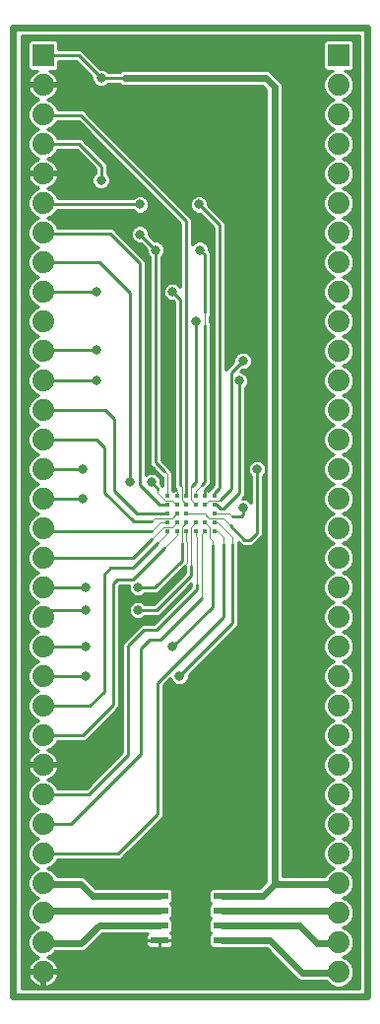
<source format=gtl>
G75*
G70*
%OFA0B0*%
%FSLAX24Y24*%
%IPPOS*%
%LPD*%
%AMOC8*
5,1,8,0,0,1.08239X$1,22.5*
%
%ADD10C,0.0240*%
%ADD11R,0.0740X0.0740*%
%ADD12C,0.0740*%
%ADD13C,0.0150*%
%ADD14R,0.0610X0.0236*%
%ADD15C,0.0039*%
%ADD16C,0.0100*%
%ADD17C,0.0317*%
D10*
X000284Y000380D02*
X000284Y033135D01*
X012292Y033135D01*
X012292Y000380D01*
X000284Y000380D01*
X001363Y002155D02*
X001316Y002202D01*
X001363Y002155D02*
X002599Y002155D01*
X003211Y002767D01*
X005252Y002767D01*
X005252Y003267D02*
X001381Y003267D01*
X001316Y003202D01*
X001363Y004155D02*
X001316Y004202D01*
X001363Y004155D02*
X002599Y004155D01*
X002987Y003767D01*
X005252Y003767D01*
X007378Y003767D02*
X008751Y003767D01*
X009142Y004159D01*
X011288Y004159D01*
X011327Y004198D01*
X011316Y004202D02*
X011268Y004155D01*
X010599Y004155D01*
X011251Y003267D02*
X011316Y003202D01*
X011251Y003267D02*
X007378Y003267D01*
X007378Y002767D02*
X009987Y002767D01*
X010599Y002155D01*
X011268Y002155D01*
X011316Y002202D01*
X011316Y001202D02*
X011268Y001155D01*
X010099Y001155D01*
X008987Y002267D01*
X007378Y002267D01*
X009142Y004159D02*
X009142Y031147D01*
X008847Y031443D01*
X004083Y031443D01*
D11*
X001316Y032202D03*
X011316Y032202D03*
D12*
X011316Y031202D03*
X011316Y030202D03*
X011316Y029202D03*
X011316Y028202D03*
X011316Y027202D03*
X011316Y026202D03*
X011316Y025202D03*
X011316Y024202D03*
X011316Y023202D03*
X011316Y022202D03*
X011316Y021202D03*
X011316Y020202D03*
X011316Y019202D03*
X011316Y018202D03*
X011316Y017202D03*
X011316Y016202D03*
X011316Y015202D03*
X011316Y014202D03*
X011316Y013202D03*
X011316Y012202D03*
X011316Y011202D03*
X011316Y010202D03*
X011316Y009202D03*
X011316Y008202D03*
X011316Y007202D03*
X011316Y006202D03*
X011316Y005202D03*
X011316Y004202D03*
X011316Y003202D03*
X011316Y002202D03*
X011316Y001202D03*
X001316Y001202D03*
X001316Y002202D03*
X001316Y003202D03*
X001316Y004202D03*
X001316Y005202D03*
X001316Y006202D03*
X001316Y007202D03*
X001316Y008202D03*
X001316Y009202D03*
X001316Y010202D03*
X001316Y011202D03*
X001316Y012202D03*
X001316Y013202D03*
X001316Y014202D03*
X001316Y015202D03*
X001316Y016202D03*
X001316Y017202D03*
X001316Y018202D03*
X001316Y019202D03*
X001316Y020202D03*
X001316Y021202D03*
X001316Y022202D03*
X001316Y023202D03*
X001316Y024202D03*
X001316Y025202D03*
X001316Y026202D03*
X001316Y027202D03*
X001316Y028202D03*
X001316Y029202D03*
X001316Y030202D03*
X001316Y031202D03*
D13*
X005535Y017286D03*
X005535Y016991D03*
X005535Y016695D03*
X005535Y016400D03*
X005535Y016105D03*
X005850Y016105D03*
X005850Y016400D03*
X005850Y016695D03*
X005850Y016991D03*
X005850Y017286D03*
X006165Y017286D03*
X006165Y016991D03*
X006165Y016695D03*
X006165Y016400D03*
X006165Y016105D03*
X006480Y016105D03*
X006480Y016400D03*
X006480Y016991D03*
X006480Y017286D03*
X006795Y017286D03*
X006795Y016991D03*
X006795Y016400D03*
X006795Y016105D03*
X007110Y016105D03*
X007110Y016400D03*
X007110Y016695D03*
X007110Y016991D03*
X007110Y017286D03*
D14*
X007378Y003767D03*
X007378Y003267D03*
X007378Y002767D03*
X007378Y002267D03*
X005252Y002267D03*
X005252Y002767D03*
X005252Y003267D03*
X005252Y003767D03*
D15*
X006701Y013824D02*
X006701Y016009D01*
X006795Y016103D01*
X006795Y016105D01*
X006957Y016246D02*
X006803Y016400D01*
X006795Y016400D01*
X006938Y016541D02*
X006783Y016695D01*
X006165Y016695D01*
X006165Y016400D02*
X006165Y016398D01*
X006012Y016246D01*
X006012Y015694D01*
X006165Y015758D02*
X006165Y016105D01*
X006327Y016246D02*
X006327Y014927D01*
X006190Y015025D02*
X006131Y014966D01*
X006190Y015025D02*
X006190Y015734D01*
X006165Y015758D01*
X006327Y016246D02*
X006480Y016398D01*
X006480Y016400D01*
X006480Y016105D02*
X006480Y015935D01*
X006524Y015891D01*
X006524Y014317D01*
X007056Y015635D02*
X007056Y015773D01*
X006957Y015872D01*
X006957Y016246D01*
X007110Y016105D02*
X007216Y016105D01*
X007430Y015891D01*
X007430Y015675D01*
X007725Y015675D02*
X007725Y015891D01*
X007216Y016400D01*
X007110Y016400D01*
X006938Y016541D02*
X007410Y016541D01*
X007646Y016305D01*
X007725Y016600D02*
X007630Y016695D01*
X007110Y016695D01*
X006797Y016991D02*
X006938Y017131D01*
X007292Y017131D01*
X007331Y017171D01*
X006797Y016991D02*
X006795Y016991D01*
X006480Y016991D02*
X006480Y017018D01*
X006327Y017171D01*
X006327Y017604D01*
X006367Y017643D01*
X006480Y017481D02*
X006480Y017286D01*
X006480Y017481D02*
X006682Y017683D01*
X006165Y017018D02*
X006165Y016991D01*
X006165Y017018D02*
X006012Y017171D01*
X006012Y017604D01*
X005953Y017663D01*
X005737Y017545D02*
X005850Y017431D01*
X005850Y017286D01*
X005678Y017131D02*
X005819Y016991D01*
X005850Y016991D01*
X005678Y017131D02*
X005461Y017131D01*
X005186Y017407D01*
X005186Y017486D01*
X005535Y018022D02*
X005422Y018135D01*
X005535Y018022D02*
X005535Y017286D01*
X005737Y017545D02*
X005737Y017624D01*
X005832Y016695D02*
X005678Y016541D01*
X005107Y016541D01*
X004989Y016423D01*
X005301Y016400D02*
X004989Y016088D01*
X004989Y015832D02*
X005402Y016246D01*
X005697Y016246D01*
X005850Y016398D01*
X005850Y016400D01*
X005850Y016105D02*
X005850Y015965D01*
X005422Y015537D01*
X005205Y015714D02*
X005535Y016044D01*
X005535Y016105D01*
X005535Y016400D02*
X005301Y016400D01*
X005832Y016695D02*
X005850Y016695D01*
X006780Y023057D02*
X006780Y023490D01*
D16*
X006780Y025458D01*
X006623Y025616D01*
X006460Y025882D02*
X006365Y025882D01*
X006448Y025877D02*
X006365Y025794D01*
X006365Y026506D01*
X006365Y026672D01*
X002799Y030238D01*
X002682Y030355D01*
X001815Y030355D01*
X001756Y030497D01*
X001610Y030643D01*
X001464Y030704D01*
X001515Y030720D01*
X001588Y030758D01*
X001654Y030806D01*
X001712Y030864D01*
X001760Y030930D01*
X001797Y031003D01*
X001823Y031081D01*
X001834Y031152D01*
X001366Y031152D01*
X001366Y031252D01*
X001834Y031252D01*
X001823Y031324D01*
X001797Y031402D01*
X001760Y031475D01*
X001712Y031541D01*
X001654Y031599D01*
X001588Y031647D01*
X001519Y031682D01*
X001748Y031682D01*
X001836Y031770D01*
X001836Y032002D01*
X002434Y032002D01*
X002968Y031468D01*
X002968Y031381D01*
X003015Y031268D01*
X003101Y031181D01*
X003215Y031134D01*
X003338Y031134D01*
X003451Y031181D01*
X003512Y031243D01*
X003901Y031243D01*
X003930Y031214D01*
X004030Y031173D01*
X008735Y031173D01*
X008872Y031035D01*
X008872Y004271D01*
X008639Y004037D01*
X007324Y004037D01*
X007319Y004035D01*
X007010Y004035D01*
X006922Y003948D01*
X006922Y003587D01*
X006992Y003517D01*
X006922Y003448D01*
X006922Y003087D01*
X006992Y003017D01*
X006922Y002948D01*
X006922Y002587D01*
X006992Y002517D01*
X006922Y002448D01*
X006922Y002087D01*
X007010Y001999D01*
X007319Y001999D01*
X007324Y001997D01*
X008875Y001997D01*
X009870Y001002D01*
X009946Y000926D01*
X010045Y000885D01*
X010897Y000885D01*
X011021Y000762D01*
X011212Y000682D01*
X011419Y000682D01*
X011610Y000762D01*
X011756Y000908D01*
X011836Y001099D01*
X011836Y001306D01*
X011756Y001497D01*
X011610Y001643D01*
X011467Y001702D01*
X011610Y001762D01*
X011756Y001908D01*
X011836Y002099D01*
X011836Y002306D01*
X011756Y002497D01*
X011610Y002643D01*
X011467Y002702D01*
X011610Y002762D01*
X011756Y002908D01*
X011836Y003099D01*
X011836Y003306D01*
X011756Y003497D01*
X011610Y003643D01*
X011467Y003702D01*
X011610Y003762D01*
X011756Y003908D01*
X011836Y004099D01*
X011836Y004306D01*
X011756Y004497D01*
X011610Y004643D01*
X011467Y004702D01*
X011610Y004762D01*
X011756Y004908D01*
X011836Y005099D01*
X011836Y005306D01*
X011756Y005497D01*
X011610Y005643D01*
X011467Y005702D01*
X011610Y005762D01*
X011756Y005908D01*
X011836Y006099D01*
X011836Y006306D01*
X011756Y006497D01*
X011610Y006643D01*
X011467Y006702D01*
X011610Y006762D01*
X011756Y006908D01*
X011836Y007099D01*
X011836Y007306D01*
X011756Y007497D01*
X011610Y007643D01*
X011467Y007702D01*
X011610Y007762D01*
X011756Y007908D01*
X011836Y008099D01*
X011836Y008306D01*
X011756Y008497D01*
X011610Y008643D01*
X011467Y008702D01*
X011610Y008762D01*
X011756Y008908D01*
X011836Y009099D01*
X011836Y009306D01*
X011756Y009497D01*
X011610Y009643D01*
X011467Y009702D01*
X011610Y009762D01*
X011756Y009908D01*
X011836Y010099D01*
X011836Y010306D01*
X011756Y010497D01*
X011610Y010643D01*
X011467Y010702D01*
X011610Y010762D01*
X011756Y010908D01*
X011836Y011099D01*
X011836Y011306D01*
X011756Y011497D01*
X011610Y011643D01*
X011467Y011702D01*
X011610Y011762D01*
X011756Y011908D01*
X011836Y012099D01*
X011836Y012306D01*
X011756Y012497D01*
X011610Y012643D01*
X011467Y012702D01*
X011610Y012762D01*
X011756Y012908D01*
X011836Y013099D01*
X011836Y013306D01*
X011756Y013497D01*
X011610Y013643D01*
X011467Y013702D01*
X011610Y013762D01*
X011756Y013908D01*
X011836Y014099D01*
X011836Y014306D01*
X011756Y014497D01*
X011610Y014643D01*
X011467Y014702D01*
X011610Y014762D01*
X011756Y014908D01*
X011836Y015099D01*
X011836Y015306D01*
X011756Y015497D01*
X011610Y015643D01*
X011467Y015702D01*
X011610Y015762D01*
X011756Y015908D01*
X011836Y016099D01*
X011836Y016306D01*
X011756Y016497D01*
X011610Y016643D01*
X011467Y016702D01*
X011610Y016762D01*
X011756Y016908D01*
X011836Y017099D01*
X011836Y017306D01*
X011756Y017497D01*
X011610Y017643D01*
X011467Y017702D01*
X011610Y017762D01*
X011756Y017908D01*
X011836Y018099D01*
X011836Y018306D01*
X011756Y018497D01*
X011610Y018643D01*
X011467Y018702D01*
X011610Y018762D01*
X011756Y018908D01*
X011836Y019099D01*
X011836Y019306D01*
X011756Y019497D01*
X011610Y019643D01*
X011467Y019702D01*
X011610Y019762D01*
X011756Y019908D01*
X011836Y020099D01*
X011836Y020306D01*
X011756Y020497D01*
X011610Y020643D01*
X011467Y020702D01*
X011610Y020762D01*
X011756Y020908D01*
X011836Y021099D01*
X011836Y021306D01*
X011756Y021497D01*
X011610Y021643D01*
X011467Y021702D01*
X011610Y021762D01*
X011756Y021908D01*
X011836Y022099D01*
X011836Y022306D01*
X011756Y022497D01*
X011610Y022643D01*
X011467Y022702D01*
X011610Y022762D01*
X011756Y022908D01*
X011836Y023099D01*
X011836Y023306D01*
X011756Y023497D01*
X011610Y023643D01*
X011467Y023702D01*
X011610Y023762D01*
X011756Y023908D01*
X011836Y024099D01*
X011836Y024306D01*
X011756Y024497D01*
X011610Y024643D01*
X011467Y024702D01*
X011610Y024762D01*
X011756Y024908D01*
X011836Y025099D01*
X011836Y025306D01*
X011756Y025497D01*
X011610Y025643D01*
X011467Y025702D01*
X011610Y025762D01*
X011756Y025908D01*
X011836Y026099D01*
X011836Y026306D01*
X011756Y026497D01*
X011610Y026643D01*
X011467Y026702D01*
X011610Y026762D01*
X011756Y026908D01*
X011836Y027099D01*
X011836Y027306D01*
X011756Y027497D01*
X011610Y027643D01*
X011467Y027702D01*
X011610Y027762D01*
X011756Y027908D01*
X011836Y028099D01*
X011836Y028306D01*
X011756Y028497D01*
X011610Y028643D01*
X011467Y028702D01*
X011610Y028762D01*
X011756Y028908D01*
X011836Y029099D01*
X011836Y029306D01*
X011756Y029497D01*
X011610Y029643D01*
X011467Y029702D01*
X011610Y029762D01*
X011756Y029908D01*
X011836Y030099D01*
X011836Y030306D01*
X011756Y030497D01*
X011610Y030643D01*
X011467Y030702D01*
X011610Y030762D01*
X011756Y030908D01*
X012022Y030908D01*
X012022Y031006D02*
X011797Y031006D01*
X011836Y031099D02*
X011836Y031306D01*
X011756Y031497D01*
X011610Y031643D01*
X011515Y031682D01*
X011748Y031682D01*
X011836Y031770D01*
X011836Y032634D01*
X011748Y032722D01*
X010883Y032722D01*
X010796Y032634D01*
X010796Y031770D01*
X010883Y031682D01*
X011116Y031682D01*
X011021Y031643D01*
X010875Y031497D01*
X010796Y031306D01*
X010796Y031099D01*
X010875Y030908D01*
X011021Y030762D01*
X011164Y030702D01*
X011021Y030643D01*
X010875Y030497D01*
X010796Y030306D01*
X010796Y030099D01*
X010875Y029908D01*
X011021Y029762D01*
X011164Y029702D01*
X011021Y029643D01*
X010875Y029497D01*
X010796Y029306D01*
X010796Y029099D01*
X010875Y028908D01*
X011021Y028762D01*
X011164Y028702D01*
X011021Y028643D01*
X010875Y028497D01*
X010796Y028306D01*
X010796Y028099D01*
X010875Y027908D01*
X011021Y027762D01*
X011164Y027702D01*
X011021Y027643D01*
X010875Y027497D01*
X010796Y027306D01*
X010796Y027099D01*
X010875Y026908D01*
X011021Y026762D01*
X011164Y026702D01*
X011021Y026643D01*
X010875Y026497D01*
X010796Y026306D01*
X010796Y026099D01*
X010875Y025908D01*
X011021Y025762D01*
X011164Y025702D01*
X011021Y025643D01*
X010875Y025497D01*
X010796Y025306D01*
X010796Y025099D01*
X010875Y024908D01*
X011021Y024762D01*
X011164Y024702D01*
X011021Y024643D01*
X010875Y024497D01*
X010796Y024306D01*
X010796Y024099D01*
X010875Y023908D01*
X011021Y023762D01*
X011164Y023702D01*
X011021Y023643D01*
X010875Y023497D01*
X010796Y023306D01*
X010796Y023099D01*
X010875Y022908D01*
X011021Y022762D01*
X011164Y022702D01*
X011021Y022643D01*
X010875Y022497D01*
X010796Y022306D01*
X010796Y022099D01*
X010875Y021908D01*
X011021Y021762D01*
X011164Y021702D01*
X011021Y021643D01*
X010875Y021497D01*
X010796Y021306D01*
X010796Y021099D01*
X010875Y020908D01*
X011021Y020762D01*
X011164Y020702D01*
X011021Y020643D01*
X010875Y020497D01*
X010796Y020306D01*
X010796Y020099D01*
X010875Y019908D01*
X011021Y019762D01*
X011164Y019702D01*
X011021Y019643D01*
X010875Y019497D01*
X010796Y019306D01*
X010796Y019099D01*
X010875Y018908D01*
X011021Y018762D01*
X011164Y018702D01*
X011021Y018643D01*
X010875Y018497D01*
X010796Y018306D01*
X010796Y018099D01*
X010875Y017908D01*
X011021Y017762D01*
X011164Y017702D01*
X011021Y017643D01*
X010875Y017497D01*
X010796Y017306D01*
X010796Y017099D01*
X010875Y016908D01*
X011021Y016762D01*
X011164Y016702D01*
X011021Y016643D01*
X010875Y016497D01*
X010796Y016306D01*
X010796Y016099D01*
X010875Y015908D01*
X011021Y015762D01*
X011164Y015702D01*
X011021Y015643D01*
X010875Y015497D01*
X010796Y015306D01*
X010796Y015099D01*
X010875Y014908D01*
X011021Y014762D01*
X011164Y014702D01*
X011021Y014643D01*
X010875Y014497D01*
X010796Y014306D01*
X010796Y014099D01*
X010875Y013908D01*
X011021Y013762D01*
X011164Y013702D01*
X011021Y013643D01*
X010875Y013497D01*
X010796Y013306D01*
X010796Y013099D01*
X010875Y012908D01*
X011021Y012762D01*
X011164Y012702D01*
X011021Y012643D01*
X010875Y012497D01*
X010796Y012306D01*
X010796Y012099D01*
X010875Y011908D01*
X011021Y011762D01*
X011164Y011702D01*
X011021Y011643D01*
X010875Y011497D01*
X010796Y011306D01*
X010796Y011099D01*
X010875Y010908D01*
X011021Y010762D01*
X011164Y010702D01*
X011021Y010643D01*
X010875Y010497D01*
X010796Y010306D01*
X010796Y010099D01*
X010875Y009908D01*
X011021Y009762D01*
X011164Y009702D01*
X011021Y009643D01*
X010875Y009497D01*
X010796Y009306D01*
X010796Y009099D01*
X010875Y008908D01*
X011021Y008762D01*
X011164Y008702D01*
X011021Y008643D01*
X010875Y008497D01*
X010796Y008306D01*
X010796Y008099D01*
X010875Y007908D01*
X011021Y007762D01*
X011164Y007702D01*
X011021Y007643D01*
X010875Y007497D01*
X010796Y007306D01*
X010796Y007099D01*
X010875Y006908D01*
X011021Y006762D01*
X011164Y006702D01*
X011021Y006643D01*
X010875Y006497D01*
X010796Y006306D01*
X010796Y006099D01*
X010875Y005908D01*
X011021Y005762D01*
X011164Y005702D01*
X011021Y005643D01*
X010875Y005497D01*
X010796Y005306D01*
X010796Y005099D01*
X010875Y004908D01*
X011021Y004762D01*
X011164Y004702D01*
X011021Y004643D01*
X010875Y004497D01*
X010847Y004429D01*
X009412Y004429D01*
X009412Y031201D01*
X009371Y031300D01*
X009295Y031376D01*
X009000Y031671D01*
X008901Y031712D01*
X008793Y031712D01*
X004030Y031712D01*
X003930Y031671D01*
X003901Y031642D01*
X003512Y031642D01*
X003451Y031704D01*
X003338Y031751D01*
X003251Y031751D01*
X002599Y032402D01*
X002434Y032402D01*
X001836Y032402D01*
X001836Y032634D01*
X001748Y032722D01*
X000883Y032722D01*
X000796Y032634D01*
X000796Y031770D01*
X000883Y031682D01*
X001112Y031682D01*
X001043Y031647D01*
X000977Y031599D01*
X000919Y031541D01*
X000871Y031475D01*
X000834Y031402D01*
X000808Y031324D01*
X000797Y031252D01*
X001265Y031252D01*
X001265Y031152D01*
X000797Y031152D01*
X000808Y031081D01*
X000834Y031003D01*
X000871Y030930D01*
X000919Y030864D01*
X000977Y030806D01*
X001043Y030758D01*
X001116Y030720D01*
X001167Y030704D01*
X001021Y030643D01*
X000875Y030497D01*
X000796Y030306D01*
X000796Y030099D01*
X000875Y029908D01*
X001021Y029762D01*
X001164Y029702D01*
X001021Y029643D01*
X000875Y029497D01*
X000796Y029306D01*
X000796Y029099D01*
X000875Y028908D01*
X001021Y028762D01*
X001167Y028701D01*
X001116Y028684D01*
X001043Y028647D01*
X000977Y028599D01*
X000919Y028541D01*
X000871Y028475D01*
X000834Y028402D01*
X000808Y028324D01*
X000797Y028252D01*
X001265Y028252D01*
X001265Y028152D01*
X000797Y028152D01*
X000808Y028081D01*
X000834Y028003D01*
X000871Y027930D01*
X000919Y027864D01*
X000977Y027806D01*
X001043Y027758D01*
X001116Y027720D01*
X001167Y027704D01*
X001021Y027643D01*
X000875Y027497D01*
X000796Y027306D01*
X000796Y027099D01*
X000875Y026908D01*
X001021Y026762D01*
X001164Y026702D01*
X001021Y026643D01*
X000875Y026497D01*
X000796Y026306D01*
X000796Y026099D01*
X000875Y025908D01*
X001021Y025762D01*
X001164Y025702D01*
X001021Y025643D01*
X000875Y025497D01*
X000796Y025306D01*
X000796Y025099D01*
X000875Y024908D01*
X001021Y024762D01*
X001164Y024702D01*
X001021Y024643D01*
X000875Y024497D01*
X000796Y024306D01*
X000796Y024099D01*
X000875Y023908D01*
X001021Y023762D01*
X001164Y023702D01*
X001021Y023643D01*
X000875Y023497D01*
X000796Y023306D01*
X000796Y023099D01*
X000875Y022908D01*
X001021Y022762D01*
X001164Y022702D01*
X001021Y022643D01*
X000875Y022497D01*
X000796Y022306D01*
X000796Y022099D01*
X000875Y021908D01*
X001021Y021762D01*
X001164Y021702D01*
X001021Y021643D01*
X000875Y021497D01*
X000796Y021306D01*
X000796Y021099D01*
X000875Y020908D01*
X001021Y020762D01*
X001164Y020702D01*
X001021Y020643D01*
X000875Y020497D01*
X000796Y020306D01*
X000796Y020099D01*
X000875Y019908D01*
X001021Y019762D01*
X001164Y019702D01*
X001021Y019643D01*
X000875Y019497D01*
X000796Y019306D01*
X000796Y019099D01*
X000875Y018908D01*
X001021Y018762D01*
X001164Y018702D01*
X001021Y018643D01*
X000875Y018497D01*
X000796Y018306D01*
X000796Y018099D01*
X000875Y017908D01*
X001021Y017762D01*
X001164Y017702D01*
X001021Y017643D01*
X000875Y017497D01*
X000796Y017306D01*
X000796Y017099D01*
X000875Y016908D01*
X001021Y016762D01*
X001164Y016702D01*
X001021Y016643D01*
X000875Y016497D01*
X000796Y016306D01*
X000796Y016099D01*
X000875Y015908D01*
X001021Y015762D01*
X001164Y015702D01*
X001021Y015643D01*
X000875Y015497D01*
X000796Y015306D01*
X000796Y015099D01*
X000875Y014908D01*
X001021Y014762D01*
X001164Y014702D01*
X001021Y014643D01*
X000875Y014497D01*
X000796Y014306D01*
X000796Y014099D01*
X000875Y013908D01*
X001021Y013762D01*
X001164Y013702D01*
X001021Y013643D01*
X000875Y013497D01*
X000796Y013306D01*
X000796Y013099D01*
X000875Y012908D01*
X001021Y012762D01*
X001164Y012702D01*
X001021Y012643D01*
X000875Y012497D01*
X000796Y012306D01*
X000796Y012099D01*
X000875Y011908D01*
X001021Y011762D01*
X001164Y011702D01*
X001021Y011643D01*
X000875Y011497D01*
X000796Y011306D01*
X000796Y011099D01*
X000875Y010908D01*
X001021Y010762D01*
X001164Y010702D01*
X001021Y010643D01*
X000875Y010497D01*
X000796Y010306D01*
X000796Y010099D01*
X000875Y009908D01*
X001021Y009762D01*
X001164Y009702D01*
X001021Y009643D01*
X000875Y009497D01*
X000796Y009306D01*
X000796Y009099D01*
X000875Y008908D01*
X001021Y008762D01*
X001167Y008701D01*
X001116Y008684D01*
X001043Y008647D01*
X000977Y008599D01*
X000919Y008541D01*
X000871Y008475D01*
X000834Y008402D01*
X000808Y008324D01*
X000797Y008252D01*
X001265Y008252D01*
X001265Y008152D01*
X000797Y008152D01*
X000808Y008081D01*
X000834Y008003D01*
X000871Y007930D01*
X000919Y007864D01*
X000977Y007806D01*
X001043Y007758D01*
X001116Y007720D01*
X001167Y007704D01*
X001021Y007643D01*
X000875Y007497D01*
X000796Y007306D01*
X000796Y007099D01*
X000875Y006908D01*
X001021Y006762D01*
X001164Y006702D01*
X001021Y006643D01*
X000875Y006497D01*
X000796Y006306D01*
X000796Y006099D01*
X000875Y005908D01*
X001021Y005762D01*
X001164Y005702D01*
X001021Y005643D01*
X000875Y005497D01*
X000796Y005306D01*
X000796Y005099D01*
X000875Y004908D01*
X001021Y004762D01*
X001164Y004702D01*
X001021Y004643D01*
X000875Y004497D01*
X000796Y004306D01*
X000796Y004099D01*
X000875Y003908D01*
X001021Y003762D01*
X001164Y003702D01*
X001021Y003643D01*
X000875Y003497D01*
X000796Y003306D01*
X000796Y003099D01*
X000875Y002908D01*
X001021Y002762D01*
X001164Y002702D01*
X001021Y002643D01*
X000875Y002497D01*
X000796Y002306D01*
X000796Y002099D01*
X000875Y001908D01*
X001021Y001762D01*
X001167Y001701D01*
X001116Y001684D01*
X001043Y001647D01*
X000977Y001599D01*
X000919Y001541D01*
X000871Y001475D01*
X000834Y001402D01*
X000808Y001324D01*
X000797Y001252D01*
X001265Y001252D01*
X001265Y001152D01*
X000797Y001152D01*
X000808Y001081D01*
X000834Y001003D01*
X000871Y000930D01*
X000919Y000864D01*
X000977Y000806D01*
X001043Y000758D01*
X001116Y000720D01*
X001194Y000695D01*
X001266Y000684D01*
X001266Y001152D01*
X001366Y001152D01*
X001366Y001252D01*
X001834Y001252D01*
X001823Y001324D01*
X001797Y001402D01*
X001760Y001475D01*
X001712Y001541D01*
X001654Y001599D01*
X001588Y001647D01*
X001515Y001684D01*
X001464Y001701D01*
X001610Y001762D01*
X001734Y001885D01*
X002653Y001885D01*
X002752Y001926D01*
X002828Y002002D01*
X003323Y002497D01*
X004846Y002497D01*
X004826Y002478D01*
X004807Y002443D01*
X004796Y002405D01*
X004796Y002276D01*
X005242Y002276D01*
X005242Y002258D01*
X004796Y002258D01*
X004796Y002129D01*
X004807Y002091D01*
X004826Y002057D01*
X004854Y002029D01*
X004889Y002009D01*
X004927Y001999D01*
X005242Y001999D01*
X005242Y002258D01*
X005261Y002258D01*
X005261Y002276D01*
X005707Y002276D01*
X005707Y002405D01*
X005696Y002443D01*
X005677Y002478D01*
X005649Y002505D01*
X005634Y002514D01*
X005707Y002587D01*
X005707Y002948D01*
X005637Y003017D01*
X005707Y003087D01*
X005707Y003448D01*
X005637Y003517D01*
X005707Y003587D01*
X005707Y003948D01*
X005619Y004035D01*
X005310Y004035D01*
X005305Y004037D01*
X003099Y004037D01*
X002828Y004308D01*
X002752Y004384D01*
X002653Y004425D01*
X001786Y004425D01*
X001756Y004497D01*
X001610Y004643D01*
X001467Y004702D01*
X001610Y004762D01*
X001756Y004908D01*
X001796Y005002D01*
X003950Y005002D01*
X004067Y005119D01*
X005386Y006438D01*
X005386Y006604D01*
X005386Y010887D01*
X005631Y011132D01*
X005672Y011032D01*
X005759Y010945D01*
X005872Y010898D01*
X005995Y010898D01*
X006108Y010945D01*
X006195Y011032D01*
X006242Y011145D01*
X006242Y011232D01*
X007925Y012915D01*
X007925Y013080D01*
X007925Y015743D01*
X008056Y015613D01*
X008221Y015613D01*
X008398Y015613D01*
X008516Y015730D01*
X008752Y015966D01*
X008752Y016132D01*
X008752Y017958D01*
X008813Y018020D01*
X008860Y018133D01*
X008860Y018256D01*
X008813Y018369D01*
X008726Y018456D01*
X008613Y018503D01*
X008490Y018503D01*
X008377Y018456D01*
X008290Y018369D01*
X008243Y018256D01*
X008243Y018133D01*
X008290Y018020D01*
X008352Y017958D01*
X008352Y017079D01*
X008274Y017157D01*
X008160Y017204D01*
X008060Y017204D01*
X008161Y017305D01*
X008161Y020950D01*
X008223Y021012D01*
X008270Y021125D01*
X008270Y021248D01*
X008223Y021361D01*
X008136Y021448D01*
X008023Y021495D01*
X007982Y021495D01*
X008054Y021567D01*
X008141Y021567D01*
X008254Y021614D01*
X008341Y021701D01*
X008388Y021814D01*
X008388Y021937D01*
X008341Y022050D01*
X008254Y022137D01*
X008141Y022184D01*
X008018Y022184D01*
X007905Y022137D01*
X007818Y022050D01*
X007771Y021937D01*
X007771Y021850D01*
X007492Y021571D01*
X007492Y026379D01*
X007492Y026545D01*
X006907Y027130D01*
X006907Y027216D01*
X006860Y027330D01*
X006774Y027417D01*
X006660Y027464D01*
X006538Y027464D01*
X006424Y027417D01*
X006338Y027330D01*
X006291Y027216D01*
X006291Y027094D01*
X006338Y026980D01*
X006424Y026894D01*
X006538Y026847D01*
X006625Y026847D01*
X007092Y026379D01*
X007092Y017667D01*
X006910Y017485D01*
X006910Y017479D01*
X006882Y017495D01*
X006825Y017511D01*
X006795Y017511D01*
X006792Y017511D01*
X006863Y017581D01*
X006980Y017698D01*
X006980Y023140D01*
X006950Y023170D01*
X006950Y023377D01*
X006980Y023407D01*
X006980Y025375D01*
X006980Y025541D01*
X006931Y025590D01*
X006931Y025677D01*
X006884Y025790D01*
X006797Y025877D01*
X006684Y025924D01*
X006561Y025924D01*
X006448Y025877D01*
X006365Y025981D02*
X007092Y025981D01*
X007092Y026079D02*
X006365Y026079D01*
X006365Y026178D02*
X007092Y026178D01*
X007092Y026276D02*
X006365Y026276D01*
X006365Y026375D02*
X007092Y026375D01*
X006998Y026473D02*
X006365Y026473D01*
X006365Y026572D02*
X006899Y026572D01*
X006801Y026671D02*
X006365Y026671D01*
X006268Y026769D02*
X006702Y026769D01*
X006599Y027155D02*
X007292Y026462D01*
X007292Y017584D01*
X007110Y017402D01*
X007110Y017286D01*
X006931Y017506D02*
X006842Y017506D01*
X006795Y017506D02*
X006795Y017506D01*
X006795Y017511D02*
X006795Y017286D01*
X006795Y017286D01*
X006795Y017511D01*
X006795Y017407D02*
X006795Y017407D01*
X006795Y017309D02*
X006795Y017309D01*
X006886Y017605D02*
X007029Y017605D01*
X006980Y017703D02*
X007092Y017703D01*
X007092Y017802D02*
X006980Y017802D01*
X006980Y017900D02*
X007092Y017900D01*
X007092Y017999D02*
X006980Y017999D01*
X006980Y018097D02*
X007092Y018097D01*
X007092Y018196D02*
X006980Y018196D01*
X006980Y018294D02*
X007092Y018294D01*
X007092Y018393D02*
X006980Y018393D01*
X006980Y018491D02*
X007092Y018491D01*
X007092Y018590D02*
X006980Y018590D01*
X006980Y018689D02*
X007092Y018689D01*
X007092Y018787D02*
X006980Y018787D01*
X006980Y018886D02*
X007092Y018886D01*
X007092Y018984D02*
X006980Y018984D01*
X006980Y019083D02*
X007092Y019083D01*
X007092Y019181D02*
X006980Y019181D01*
X006980Y019280D02*
X007092Y019280D01*
X007092Y019378D02*
X006980Y019378D01*
X006980Y019477D02*
X007092Y019477D01*
X007092Y019575D02*
X006980Y019575D01*
X006980Y019674D02*
X007092Y019674D01*
X007092Y019773D02*
X006980Y019773D01*
X006980Y019871D02*
X007092Y019871D01*
X007092Y019970D02*
X006980Y019970D01*
X006980Y020068D02*
X007092Y020068D01*
X007092Y020167D02*
X006980Y020167D01*
X006980Y020265D02*
X007092Y020265D01*
X007092Y020364D02*
X006980Y020364D01*
X006980Y020462D02*
X007092Y020462D01*
X007092Y020561D02*
X006980Y020561D01*
X006980Y020659D02*
X007092Y020659D01*
X007092Y020758D02*
X006980Y020758D01*
X006980Y020856D02*
X007092Y020856D01*
X007092Y020955D02*
X006980Y020955D01*
X006980Y021054D02*
X007092Y021054D01*
X007092Y021152D02*
X006980Y021152D01*
X006980Y021251D02*
X007092Y021251D01*
X007092Y021349D02*
X006980Y021349D01*
X006980Y021448D02*
X007092Y021448D01*
X007092Y021546D02*
X006980Y021546D01*
X006980Y021645D02*
X007092Y021645D01*
X007092Y021743D02*
X006980Y021743D01*
X006980Y021842D02*
X007092Y021842D01*
X007092Y021940D02*
X006980Y021940D01*
X006980Y022039D02*
X007092Y022039D01*
X007092Y022138D02*
X006980Y022138D01*
X006980Y022236D02*
X007092Y022236D01*
X007092Y022335D02*
X006980Y022335D01*
X006980Y022433D02*
X007092Y022433D01*
X007092Y022532D02*
X006980Y022532D01*
X006980Y022630D02*
X007092Y022630D01*
X007092Y022729D02*
X006980Y022729D01*
X006980Y022827D02*
X007092Y022827D01*
X007092Y022926D02*
X006980Y022926D01*
X006980Y023024D02*
X007092Y023024D01*
X007092Y023123D02*
X006980Y023123D01*
X006950Y023222D02*
X007092Y023222D01*
X007092Y023320D02*
X006950Y023320D01*
X006980Y023419D02*
X007092Y023419D01*
X007092Y023517D02*
X006980Y023517D01*
X006980Y023616D02*
X007092Y023616D01*
X007092Y023714D02*
X006980Y023714D01*
X006980Y023813D02*
X007092Y023813D01*
X007092Y023911D02*
X006980Y023911D01*
X006980Y024010D02*
X007092Y024010D01*
X007092Y024108D02*
X006980Y024108D01*
X006980Y024207D02*
X007092Y024207D01*
X007092Y024306D02*
X006980Y024306D01*
X006980Y024404D02*
X007092Y024404D01*
X007092Y024503D02*
X006980Y024503D01*
X006980Y024601D02*
X007092Y024601D01*
X007092Y024700D02*
X006980Y024700D01*
X006980Y024798D02*
X007092Y024798D01*
X007092Y024897D02*
X006980Y024897D01*
X006980Y024995D02*
X007092Y024995D01*
X007092Y025094D02*
X006980Y025094D01*
X006980Y025192D02*
X007092Y025192D01*
X007092Y025291D02*
X006980Y025291D01*
X006980Y025389D02*
X007092Y025389D01*
X007092Y025488D02*
X006980Y025488D01*
X006935Y025587D02*
X007092Y025587D01*
X007092Y025685D02*
X006928Y025685D01*
X006887Y025784D02*
X007092Y025784D01*
X007092Y025882D02*
X006785Y025882D01*
X006487Y026868D02*
X006169Y026868D01*
X006071Y026966D02*
X006352Y026966D01*
X006303Y027065D02*
X005972Y027065D01*
X005874Y027163D02*
X006291Y027163D01*
X006309Y027262D02*
X005775Y027262D01*
X005677Y027360D02*
X006368Y027360D01*
X006527Y027459D02*
X005578Y027459D01*
X005480Y027557D02*
X008872Y027557D01*
X008872Y027459D02*
X006672Y027459D01*
X006830Y027360D02*
X008872Y027360D01*
X008872Y027262D02*
X006889Y027262D01*
X006907Y027163D02*
X008872Y027163D01*
X008872Y027065D02*
X006972Y027065D01*
X007071Y026966D02*
X008872Y026966D01*
X008872Y026868D02*
X007169Y026868D01*
X007268Y026769D02*
X008872Y026769D01*
X008872Y026671D02*
X007366Y026671D01*
X007465Y026572D02*
X008872Y026572D01*
X008872Y026473D02*
X007492Y026473D01*
X007492Y026375D02*
X008872Y026375D01*
X008872Y026276D02*
X007492Y026276D01*
X007492Y026178D02*
X008872Y026178D01*
X008872Y026079D02*
X007492Y026079D01*
X007492Y025981D02*
X008872Y025981D01*
X008872Y025882D02*
X007492Y025882D01*
X007492Y025784D02*
X008872Y025784D01*
X008872Y025685D02*
X007492Y025685D01*
X007492Y025587D02*
X008872Y025587D01*
X008872Y025488D02*
X007492Y025488D01*
X007492Y025389D02*
X008872Y025389D01*
X008872Y025291D02*
X007492Y025291D01*
X007492Y025192D02*
X008872Y025192D01*
X008872Y025094D02*
X007492Y025094D01*
X007492Y024995D02*
X008872Y024995D01*
X008872Y024897D02*
X007492Y024897D01*
X007492Y024798D02*
X008872Y024798D01*
X008872Y024700D02*
X007492Y024700D01*
X007492Y024601D02*
X008872Y024601D01*
X008872Y024503D02*
X007492Y024503D01*
X007492Y024404D02*
X008872Y024404D01*
X008872Y024306D02*
X007492Y024306D01*
X007492Y024207D02*
X008872Y024207D01*
X008872Y024108D02*
X007492Y024108D01*
X007492Y024010D02*
X008872Y024010D01*
X008872Y023911D02*
X007492Y023911D01*
X007492Y023813D02*
X008872Y023813D01*
X008872Y023714D02*
X007492Y023714D01*
X007492Y023616D02*
X008872Y023616D01*
X008872Y023517D02*
X007492Y023517D01*
X007492Y023419D02*
X008872Y023419D01*
X008872Y023320D02*
X007492Y023320D01*
X007492Y023222D02*
X008872Y023222D01*
X008872Y023123D02*
X007492Y023123D01*
X007492Y023024D02*
X008872Y023024D01*
X008872Y022926D02*
X007492Y022926D01*
X007492Y022827D02*
X008872Y022827D01*
X008872Y022729D02*
X007492Y022729D01*
X007492Y022630D02*
X008872Y022630D01*
X008872Y022532D02*
X007492Y022532D01*
X007492Y022433D02*
X008872Y022433D01*
X008872Y022335D02*
X007492Y022335D01*
X007492Y022236D02*
X008872Y022236D01*
X008872Y022138D02*
X008253Y022138D01*
X008345Y022039D02*
X008872Y022039D01*
X008872Y021940D02*
X008386Y021940D01*
X008388Y021842D02*
X008872Y021842D01*
X008872Y021743D02*
X008358Y021743D01*
X008285Y021645D02*
X008872Y021645D01*
X008872Y021546D02*
X008033Y021546D01*
X008136Y021448D02*
X008872Y021448D01*
X008872Y021349D02*
X008228Y021349D01*
X008269Y021251D02*
X008872Y021251D01*
X008872Y021152D02*
X008270Y021152D01*
X008240Y021054D02*
X008872Y021054D01*
X008872Y020955D02*
X008166Y020955D01*
X008161Y020856D02*
X008872Y020856D01*
X008872Y020758D02*
X008161Y020758D01*
X008161Y020659D02*
X008872Y020659D01*
X008872Y020561D02*
X008161Y020561D01*
X008161Y020462D02*
X008872Y020462D01*
X008872Y020364D02*
X008161Y020364D01*
X008161Y020265D02*
X008872Y020265D01*
X008872Y020167D02*
X008161Y020167D01*
X008161Y020068D02*
X008872Y020068D01*
X008872Y019970D02*
X008161Y019970D01*
X008161Y019871D02*
X008872Y019871D01*
X008872Y019773D02*
X008161Y019773D01*
X008161Y019674D02*
X008872Y019674D01*
X008872Y019575D02*
X008161Y019575D01*
X008161Y019477D02*
X008872Y019477D01*
X008872Y019378D02*
X008161Y019378D01*
X008161Y019280D02*
X008872Y019280D01*
X008872Y019181D02*
X008161Y019181D01*
X008161Y019083D02*
X008872Y019083D01*
X008872Y018984D02*
X008161Y018984D01*
X008161Y018886D02*
X008872Y018886D01*
X008872Y018787D02*
X008161Y018787D01*
X008161Y018689D02*
X008872Y018689D01*
X008872Y018590D02*
X008161Y018590D01*
X008161Y018491D02*
X008463Y018491D01*
X008314Y018393D02*
X008161Y018393D01*
X008161Y018294D02*
X008259Y018294D01*
X008243Y018196D02*
X008161Y018196D01*
X008161Y018097D02*
X008258Y018097D01*
X008311Y017999D02*
X008161Y017999D01*
X008161Y017900D02*
X008352Y017900D01*
X008352Y017802D02*
X008161Y017802D01*
X008161Y017703D02*
X008352Y017703D01*
X008352Y017605D02*
X008161Y017605D01*
X008161Y017506D02*
X008352Y017506D01*
X008352Y017407D02*
X008161Y017407D01*
X008161Y017309D02*
X008352Y017309D01*
X008352Y017210D02*
X008067Y017210D01*
X007961Y017387D02*
X007961Y021187D01*
X007686Y021482D02*
X008079Y021876D01*
X007906Y022138D02*
X007492Y022138D01*
X007492Y022039D02*
X007813Y022039D01*
X007772Y021940D02*
X007492Y021940D01*
X007492Y021842D02*
X007763Y021842D01*
X007664Y021743D02*
X007492Y021743D01*
X007492Y021645D02*
X007566Y021645D01*
X007686Y021482D02*
X007686Y017525D01*
X007331Y017171D01*
X007197Y016991D02*
X007331Y016856D01*
X007430Y016856D01*
X007961Y017387D01*
X008099Y016895D02*
X008099Y016659D01*
X008040Y016600D01*
X007725Y016600D01*
X007646Y016305D02*
X008138Y015813D01*
X008316Y015813D01*
X008552Y016049D01*
X008552Y018194D01*
X008641Y018491D02*
X008872Y018491D01*
X008872Y018393D02*
X008789Y018393D01*
X008844Y018294D02*
X008872Y018294D01*
X008860Y018196D02*
X008872Y018196D01*
X008872Y018097D02*
X008845Y018097D01*
X008872Y017999D02*
X008792Y017999D01*
X008752Y017900D02*
X008872Y017900D01*
X008872Y017802D02*
X008752Y017802D01*
X008752Y017703D02*
X008872Y017703D01*
X008872Y017605D02*
X008752Y017605D01*
X008752Y017506D02*
X008872Y017506D01*
X008872Y017407D02*
X008752Y017407D01*
X008752Y017309D02*
X008872Y017309D01*
X008872Y017210D02*
X008752Y017210D01*
X008752Y017112D02*
X008872Y017112D01*
X008872Y017013D02*
X008752Y017013D01*
X008752Y016915D02*
X008872Y016915D01*
X008872Y016816D02*
X008752Y016816D01*
X008752Y016718D02*
X008872Y016718D01*
X008872Y016619D02*
X008752Y016619D01*
X008752Y016521D02*
X008872Y016521D01*
X008872Y016422D02*
X008752Y016422D01*
X008752Y016324D02*
X008872Y016324D01*
X008872Y016225D02*
X008752Y016225D01*
X008752Y016126D02*
X008872Y016126D01*
X008872Y016028D02*
X008752Y016028D01*
X008715Y015929D02*
X008872Y015929D01*
X008872Y015831D02*
X008617Y015831D01*
X008518Y015732D02*
X008872Y015732D01*
X008872Y015634D02*
X008420Y015634D01*
X008034Y015634D02*
X007925Y015634D01*
X007925Y015732D02*
X007936Y015732D01*
X007925Y015535D02*
X008872Y015535D01*
X008872Y015437D02*
X007925Y015437D01*
X007925Y015338D02*
X008872Y015338D01*
X008872Y015240D02*
X007925Y015240D01*
X007925Y015141D02*
X008872Y015141D01*
X008872Y015042D02*
X007925Y015042D01*
X007925Y014944D02*
X008872Y014944D01*
X008872Y014845D02*
X007925Y014845D01*
X007925Y014747D02*
X008872Y014747D01*
X008872Y014648D02*
X007925Y014648D01*
X007925Y014550D02*
X008872Y014550D01*
X008872Y014451D02*
X007925Y014451D01*
X007925Y014353D02*
X008872Y014353D01*
X008872Y014254D02*
X007925Y014254D01*
X007925Y014156D02*
X008872Y014156D01*
X008872Y014057D02*
X007925Y014057D01*
X007925Y013958D02*
X008872Y013958D01*
X008872Y013860D02*
X007925Y013860D01*
X007925Y013761D02*
X008872Y013761D01*
X008872Y013663D02*
X007925Y013663D01*
X007925Y013564D02*
X008872Y013564D01*
X008872Y013466D02*
X007925Y013466D01*
X007925Y013367D02*
X008872Y013367D01*
X008872Y013269D02*
X007925Y013269D01*
X007925Y013170D02*
X008872Y013170D01*
X008872Y013072D02*
X007925Y013072D01*
X007925Y012973D02*
X008872Y012973D01*
X008872Y012874D02*
X007885Y012874D01*
X007786Y012776D02*
X008872Y012776D01*
X008872Y012677D02*
X007688Y012677D01*
X007589Y012579D02*
X008872Y012579D01*
X008872Y012480D02*
X007491Y012480D01*
X007392Y012382D02*
X008872Y012382D01*
X008872Y012283D02*
X007293Y012283D01*
X007195Y012185D02*
X008872Y012185D01*
X008872Y012086D02*
X007096Y012086D01*
X006998Y011988D02*
X008872Y011988D01*
X008872Y011889D02*
X006899Y011889D01*
X006801Y011791D02*
X008872Y011791D01*
X008872Y011692D02*
X006702Y011692D01*
X006604Y011593D02*
X008872Y011593D01*
X008872Y011495D02*
X006505Y011495D01*
X006407Y011396D02*
X008872Y011396D01*
X008872Y011298D02*
X006308Y011298D01*
X006242Y011199D02*
X008872Y011199D01*
X008872Y011101D02*
X006224Y011101D01*
X006166Y011002D02*
X008872Y011002D01*
X008872Y010904D02*
X006009Y010904D01*
X005934Y011206D02*
X007725Y012998D01*
X007725Y015675D01*
X007430Y015675D02*
X007430Y013214D01*
X005186Y010970D01*
X005186Y006521D01*
X003867Y005202D01*
X001316Y005202D01*
X001484Y004695D02*
X008872Y004695D01*
X008872Y004597D02*
X001656Y004597D01*
X001755Y004498D02*
X008872Y004498D01*
X008872Y004400D02*
X002714Y004400D01*
X002835Y004301D02*
X008872Y004301D01*
X008804Y004203D02*
X002933Y004203D01*
X003032Y004104D02*
X008706Y004104D01*
X008872Y004794D02*
X001643Y004794D01*
X001741Y004892D02*
X008872Y004892D01*
X008872Y004991D02*
X001791Y004991D01*
X002249Y006202D02*
X001316Y006202D01*
X001077Y006666D02*
X000599Y006666D01*
X000599Y006568D02*
X000946Y006568D01*
X000863Y006469D02*
X000599Y006469D01*
X000599Y006371D02*
X000822Y006371D01*
X000796Y006272D02*
X000599Y006272D01*
X000599Y006174D02*
X000796Y006174D01*
X000805Y006075D02*
X000599Y006075D01*
X000599Y005976D02*
X000846Y005976D01*
X000905Y005878D02*
X000599Y005878D01*
X000599Y005779D02*
X001003Y005779D01*
X001112Y005681D02*
X000599Y005681D01*
X000599Y005582D02*
X000960Y005582D01*
X000869Y005484D02*
X000599Y005484D01*
X000599Y005385D02*
X000829Y005385D01*
X000796Y005287D02*
X000599Y005287D01*
X000599Y005188D02*
X000796Y005188D01*
X000799Y005090D02*
X000599Y005090D01*
X000599Y004991D02*
X000840Y004991D01*
X000890Y004892D02*
X000599Y004892D01*
X000599Y004794D02*
X000989Y004794D01*
X000975Y004597D02*
X000599Y004597D01*
X000599Y004695D02*
X001147Y004695D01*
X000876Y004498D02*
X000599Y004498D01*
X000599Y004400D02*
X000835Y004400D01*
X000796Y004301D02*
X000599Y004301D01*
X000599Y004203D02*
X000796Y004203D01*
X000796Y004104D02*
X000599Y004104D01*
X000599Y004006D02*
X000834Y004006D01*
X000876Y003907D02*
X000599Y003907D01*
X000599Y003809D02*
X000974Y003809D01*
X000989Y003611D02*
X000599Y003611D01*
X000599Y003513D02*
X000891Y003513D01*
X000841Y003414D02*
X000599Y003414D01*
X000599Y003316D02*
X000800Y003316D01*
X000796Y003217D02*
X000599Y003217D01*
X000599Y003119D02*
X000796Y003119D01*
X000828Y003020D02*
X000599Y003020D01*
X000599Y002922D02*
X000869Y002922D01*
X000959Y002823D02*
X000599Y002823D01*
X000599Y002725D02*
X001110Y002725D01*
X001004Y002626D02*
X000599Y002626D01*
X000599Y002527D02*
X000905Y002527D01*
X000847Y002429D02*
X000599Y002429D01*
X000599Y002330D02*
X000806Y002330D01*
X000796Y002232D02*
X000599Y002232D01*
X000599Y002133D02*
X000796Y002133D01*
X000822Y002035D02*
X000599Y002035D01*
X000599Y001936D02*
X000863Y001936D01*
X000945Y001838D02*
X000599Y001838D01*
X000599Y001739D02*
X001075Y001739D01*
X001034Y001641D02*
X000599Y001641D01*
X000599Y001542D02*
X000920Y001542D01*
X000855Y001443D02*
X000599Y001443D01*
X000599Y001345D02*
X000815Y001345D01*
X000798Y001148D02*
X000599Y001148D01*
X000599Y001246D02*
X001265Y001246D01*
X001266Y001148D02*
X001366Y001148D01*
X001366Y001152D02*
X001366Y000684D01*
X001437Y000695D01*
X001515Y000720D01*
X001588Y000758D01*
X001654Y000806D01*
X001712Y000864D01*
X001760Y000930D01*
X001797Y001003D01*
X001823Y001081D01*
X001834Y001152D01*
X001366Y001152D01*
X001366Y001246D02*
X009626Y001246D01*
X009724Y001148D02*
X001833Y001148D01*
X001813Y001049D02*
X009823Y001049D01*
X009922Y000951D02*
X001771Y000951D01*
X001701Y000852D02*
X010930Y000852D01*
X011040Y000754D02*
X001580Y000754D01*
X001366Y000754D02*
X001266Y000754D01*
X001266Y000852D02*
X001366Y000852D01*
X001366Y000951D02*
X001266Y000951D01*
X001266Y001049D02*
X001366Y001049D01*
X001051Y000754D02*
X000599Y000754D01*
X000599Y000852D02*
X000930Y000852D01*
X000860Y000951D02*
X000599Y000951D01*
X000599Y001049D02*
X000819Y001049D01*
X000599Y000655D02*
X012022Y000655D01*
X012022Y000649D02*
X000599Y000649D01*
X000599Y032865D01*
X012022Y032865D01*
X012022Y000649D01*
X012022Y000754D02*
X011591Y000754D01*
X011701Y000852D02*
X012022Y000852D01*
X012022Y000951D02*
X011774Y000951D01*
X011815Y001049D02*
X012022Y001049D01*
X012022Y001148D02*
X011836Y001148D01*
X011836Y001246D02*
X012022Y001246D01*
X012022Y001345D02*
X011819Y001345D01*
X011779Y001443D02*
X012022Y001443D01*
X012022Y001542D02*
X011711Y001542D01*
X011613Y001641D02*
X012022Y001641D01*
X012022Y001739D02*
X011556Y001739D01*
X011686Y001838D02*
X012022Y001838D01*
X012022Y001936D02*
X011768Y001936D01*
X011809Y002035D02*
X012022Y002035D01*
X012022Y002133D02*
X011836Y002133D01*
X011836Y002232D02*
X012022Y002232D01*
X012022Y002330D02*
X011825Y002330D01*
X011785Y002429D02*
X012022Y002429D01*
X012022Y002527D02*
X011726Y002527D01*
X011627Y002626D02*
X012022Y002626D01*
X012022Y002725D02*
X011521Y002725D01*
X011672Y002823D02*
X012022Y002823D01*
X012022Y002922D02*
X011762Y002922D01*
X011803Y003020D02*
X012022Y003020D01*
X012022Y003119D02*
X011836Y003119D01*
X011836Y003217D02*
X012022Y003217D01*
X012022Y003316D02*
X011831Y003316D01*
X011791Y003414D02*
X012022Y003414D01*
X012022Y003513D02*
X011740Y003513D01*
X011642Y003611D02*
X012022Y003611D01*
X012022Y003710D02*
X011486Y003710D01*
X011657Y003809D02*
X012022Y003809D01*
X012022Y003907D02*
X011756Y003907D01*
X011797Y004006D02*
X012022Y004006D01*
X012022Y004104D02*
X011836Y004104D01*
X011836Y004203D02*
X012022Y004203D01*
X012022Y004301D02*
X011836Y004301D01*
X011797Y004400D02*
X012022Y004400D01*
X012022Y004498D02*
X011755Y004498D01*
X011656Y004597D02*
X012022Y004597D01*
X012022Y004695D02*
X011484Y004695D01*
X011643Y004794D02*
X012022Y004794D01*
X012022Y004892D02*
X011741Y004892D01*
X011791Y004991D02*
X012022Y004991D01*
X012022Y005090D02*
X011832Y005090D01*
X011836Y005188D02*
X012022Y005188D01*
X012022Y005287D02*
X011836Y005287D01*
X011803Y005385D02*
X012022Y005385D01*
X012022Y005484D02*
X011762Y005484D01*
X011671Y005582D02*
X012022Y005582D01*
X012022Y005681D02*
X011519Y005681D01*
X011628Y005779D02*
X012022Y005779D01*
X012022Y005878D02*
X011726Y005878D01*
X011785Y005976D02*
X012022Y005976D01*
X012022Y006075D02*
X011826Y006075D01*
X011836Y006174D02*
X012022Y006174D01*
X012022Y006272D02*
X011836Y006272D01*
X011809Y006371D02*
X012022Y006371D01*
X012022Y006469D02*
X011768Y006469D01*
X011686Y006568D02*
X012022Y006568D01*
X012022Y006666D02*
X011554Y006666D01*
X011613Y006765D02*
X012022Y006765D01*
X012022Y006863D02*
X011712Y006863D01*
X011779Y006962D02*
X012022Y006962D01*
X012022Y007060D02*
X011820Y007060D01*
X011836Y007159D02*
X012022Y007159D01*
X012022Y007258D02*
X011836Y007258D01*
X011815Y007356D02*
X012022Y007356D01*
X012022Y007455D02*
X011774Y007455D01*
X011700Y007553D02*
X012022Y007553D01*
X012022Y007652D02*
X011589Y007652D01*
X011583Y007750D02*
X012022Y007750D01*
X012022Y007849D02*
X011697Y007849D01*
X011773Y007947D02*
X012022Y007947D01*
X012022Y008046D02*
X011814Y008046D01*
X011836Y008144D02*
X012022Y008144D01*
X012022Y008243D02*
X011836Y008243D01*
X011821Y008341D02*
X012022Y008341D01*
X012022Y008440D02*
X011780Y008440D01*
X011715Y008539D02*
X012022Y008539D01*
X012022Y008637D02*
X011616Y008637D01*
X011548Y008736D02*
X012022Y008736D01*
X012022Y008834D02*
X011683Y008834D01*
X011767Y008933D02*
X012022Y008933D01*
X012022Y009031D02*
X011808Y009031D01*
X011836Y009130D02*
X012022Y009130D01*
X012022Y009228D02*
X011836Y009228D01*
X011827Y009327D02*
X012022Y009327D01*
X012022Y009425D02*
X011786Y009425D01*
X011729Y009524D02*
X012022Y009524D01*
X012022Y009623D02*
X011631Y009623D01*
X011513Y009721D02*
X012022Y009721D01*
X012022Y009820D02*
X011668Y009820D01*
X011761Y009918D02*
X012022Y009918D01*
X012022Y010017D02*
X011801Y010017D01*
X011836Y010115D02*
X012022Y010115D01*
X012022Y010214D02*
X011836Y010214D01*
X011833Y010312D02*
X012022Y010312D01*
X012022Y010411D02*
X011792Y010411D01*
X011744Y010509D02*
X012022Y010509D01*
X012022Y010608D02*
X011645Y010608D01*
X011654Y010805D02*
X012022Y010805D01*
X012022Y010707D02*
X011477Y010707D01*
X011154Y010707D02*
X009412Y010707D01*
X009412Y010805D02*
X010977Y010805D01*
X010879Y010904D02*
X009412Y010904D01*
X009412Y011002D02*
X010836Y011002D01*
X010796Y011101D02*
X009412Y011101D01*
X009412Y011199D02*
X010796Y011199D01*
X010796Y011298D02*
X009412Y011298D01*
X009412Y011396D02*
X010833Y011396D01*
X010874Y011495D02*
X009412Y011495D01*
X009412Y011593D02*
X010971Y011593D01*
X011139Y011692D02*
X009412Y011692D01*
X009412Y011791D02*
X010992Y011791D01*
X010894Y011889D02*
X009412Y011889D01*
X009412Y011988D02*
X010842Y011988D01*
X010801Y012086D02*
X009412Y012086D01*
X009412Y012185D02*
X010796Y012185D01*
X010796Y012283D02*
X009412Y012283D01*
X009412Y012382D02*
X010827Y012382D01*
X010868Y012480D02*
X009412Y012480D01*
X009412Y012579D02*
X010957Y012579D01*
X011104Y012677D02*
X009412Y012677D01*
X009412Y012776D02*
X011007Y012776D01*
X010908Y012874D02*
X009412Y012874D01*
X009412Y012973D02*
X010848Y012973D01*
X010807Y013072D02*
X009412Y013072D01*
X009412Y013170D02*
X010796Y013170D01*
X010796Y013269D02*
X009412Y013269D01*
X009412Y013367D02*
X010821Y013367D01*
X010862Y013466D02*
X009412Y013466D01*
X009412Y013564D02*
X010942Y013564D01*
X011069Y013663D02*
X009412Y013663D01*
X009412Y013761D02*
X011021Y013761D01*
X010923Y013860D02*
X009412Y013860D01*
X009412Y013958D02*
X010854Y013958D01*
X010813Y014057D02*
X009412Y014057D01*
X009412Y014156D02*
X010796Y014156D01*
X010796Y014254D02*
X009412Y014254D01*
X009412Y014353D02*
X010815Y014353D01*
X010856Y014451D02*
X009412Y014451D01*
X009412Y014550D02*
X010928Y014550D01*
X011033Y014648D02*
X009412Y014648D01*
X009412Y014747D02*
X011057Y014747D01*
X010937Y014845D02*
X009412Y014845D01*
X009412Y014944D02*
X010860Y014944D01*
X010819Y015042D02*
X009412Y015042D01*
X009412Y015141D02*
X010796Y015141D01*
X010796Y015240D02*
X009412Y015240D01*
X009412Y015338D02*
X010809Y015338D01*
X010850Y015437D02*
X009412Y015437D01*
X009412Y015535D02*
X010913Y015535D01*
X011012Y015634D02*
X009412Y015634D01*
X009412Y015732D02*
X011092Y015732D01*
X010952Y015831D02*
X009412Y015831D01*
X009412Y015929D02*
X010866Y015929D01*
X010825Y016028D02*
X009412Y016028D01*
X009412Y016126D02*
X010796Y016126D01*
X010796Y016225D02*
X009412Y016225D01*
X009412Y016324D02*
X010803Y016324D01*
X010844Y016422D02*
X009412Y016422D01*
X009412Y016521D02*
X010898Y016521D01*
X010997Y016619D02*
X009412Y016619D01*
X009412Y016718D02*
X011127Y016718D01*
X010966Y016816D02*
X009412Y016816D01*
X009412Y016915D02*
X010872Y016915D01*
X010831Y017013D02*
X009412Y017013D01*
X009412Y017112D02*
X010796Y017112D01*
X010796Y017210D02*
X009412Y017210D01*
X009412Y017309D02*
X010797Y017309D01*
X010838Y017407D02*
X009412Y017407D01*
X009412Y017506D02*
X010884Y017506D01*
X010982Y017605D02*
X009412Y017605D01*
X009412Y017703D02*
X011162Y017703D01*
X010981Y017802D02*
X009412Y017802D01*
X009412Y017900D02*
X010882Y017900D01*
X010837Y017999D02*
X009412Y017999D01*
X009412Y018097D02*
X010796Y018097D01*
X010796Y018196D02*
X009412Y018196D01*
X009412Y018294D02*
X010796Y018294D01*
X010832Y018393D02*
X009412Y018393D01*
X009412Y018491D02*
X010873Y018491D01*
X010968Y018590D02*
X009412Y018590D01*
X009412Y018689D02*
X011131Y018689D01*
X010995Y018787D02*
X009412Y018787D01*
X009412Y018886D02*
X010897Y018886D01*
X010843Y018984D02*
X009412Y018984D01*
X009412Y019083D02*
X010802Y019083D01*
X010796Y019181D02*
X009412Y019181D01*
X009412Y019280D02*
X010796Y019280D01*
X010826Y019378D02*
X009412Y019378D01*
X009412Y019477D02*
X010866Y019477D01*
X010953Y019575D02*
X009412Y019575D01*
X009412Y019674D02*
X011096Y019674D01*
X011010Y019773D02*
X009412Y019773D01*
X009412Y019871D02*
X010911Y019871D01*
X010849Y019970D02*
X009412Y019970D01*
X009412Y020068D02*
X010808Y020068D01*
X010796Y020167D02*
X009412Y020167D01*
X009412Y020265D02*
X010796Y020265D01*
X010820Y020364D02*
X009412Y020364D01*
X009412Y020462D02*
X010860Y020462D01*
X010939Y020561D02*
X009412Y020561D01*
X009412Y020659D02*
X011060Y020659D01*
X011030Y020758D02*
X009412Y020758D01*
X009412Y020856D02*
X010926Y020856D01*
X010855Y020955D02*
X009412Y020955D01*
X009412Y021054D02*
X010814Y021054D01*
X010796Y021152D02*
X009412Y021152D01*
X009412Y021251D02*
X010796Y021251D01*
X010814Y021349D02*
X009412Y021349D01*
X009412Y021448D02*
X010854Y021448D01*
X010924Y021546D02*
X009412Y021546D01*
X009412Y021645D02*
X011025Y021645D01*
X011065Y021743D02*
X009412Y021743D01*
X009412Y021842D02*
X010941Y021842D01*
X010861Y021940D02*
X009412Y021940D01*
X009412Y022039D02*
X010820Y022039D01*
X010796Y022138D02*
X009412Y022138D01*
X009412Y022236D02*
X010796Y022236D01*
X010808Y022335D02*
X009412Y022335D01*
X009412Y022433D02*
X010848Y022433D01*
X010910Y022532D02*
X009412Y022532D01*
X009412Y022630D02*
X011008Y022630D01*
X011100Y022729D02*
X009412Y022729D01*
X009412Y022827D02*
X010955Y022827D01*
X010867Y022926D02*
X009412Y022926D01*
X009412Y023024D02*
X010826Y023024D01*
X010796Y023123D02*
X009412Y023123D01*
X009412Y023222D02*
X010796Y023222D01*
X010802Y023320D02*
X009412Y023320D01*
X009412Y023419D02*
X010842Y023419D01*
X010895Y023517D02*
X009412Y023517D01*
X009412Y023616D02*
X010994Y023616D01*
X011135Y023714D02*
X009412Y023714D01*
X009412Y023813D02*
X010970Y023813D01*
X010873Y023911D02*
X009412Y023911D01*
X009412Y024010D02*
X010832Y024010D01*
X010796Y024108D02*
X009412Y024108D01*
X009412Y024207D02*
X010796Y024207D01*
X010796Y024306D02*
X009412Y024306D01*
X009412Y024404D02*
X010836Y024404D01*
X010880Y024503D02*
X009412Y024503D01*
X009412Y024601D02*
X010979Y024601D01*
X010984Y024798D02*
X009412Y024798D01*
X009412Y024700D02*
X011158Y024700D01*
X011474Y024700D02*
X012022Y024700D01*
X012022Y024798D02*
X011647Y024798D01*
X011745Y024897D02*
X012022Y024897D01*
X012022Y024995D02*
X011793Y024995D01*
X011833Y025094D02*
X012022Y025094D01*
X012022Y025192D02*
X011836Y025192D01*
X011836Y025291D02*
X012022Y025291D01*
X012022Y025389D02*
X011801Y025389D01*
X011760Y025488D02*
X012022Y025488D01*
X012022Y025587D02*
X011667Y025587D01*
X011632Y025784D02*
X012022Y025784D01*
X012022Y025882D02*
X011731Y025882D01*
X011787Y025981D02*
X012022Y025981D01*
X012022Y026079D02*
X011827Y026079D01*
X011836Y026178D02*
X012022Y026178D01*
X012022Y026276D02*
X011836Y026276D01*
X011807Y026375D02*
X012022Y026375D01*
X012022Y026473D02*
X011766Y026473D01*
X011681Y026572D02*
X012022Y026572D01*
X012022Y026671D02*
X011544Y026671D01*
X011618Y026769D02*
X012022Y026769D01*
X012022Y026868D02*
X011716Y026868D01*
X011781Y026966D02*
X012022Y026966D01*
X012022Y027065D02*
X011821Y027065D01*
X011836Y027163D02*
X012022Y027163D01*
X012022Y027262D02*
X011836Y027262D01*
X011813Y027360D02*
X012022Y027360D01*
X012022Y027459D02*
X011772Y027459D01*
X011696Y027557D02*
X012022Y027557D01*
X012022Y027656D02*
X011579Y027656D01*
X011593Y027755D02*
X012022Y027755D01*
X012022Y027853D02*
X011702Y027853D01*
X011775Y027952D02*
X012022Y027952D01*
X012022Y028050D02*
X011815Y028050D01*
X011836Y028149D02*
X012022Y028149D01*
X012022Y028247D02*
X011836Y028247D01*
X011819Y028346D02*
X012022Y028346D01*
X012022Y028444D02*
X011778Y028444D01*
X011710Y028543D02*
X012022Y028543D01*
X012022Y028641D02*
X011612Y028641D01*
X011558Y028740D02*
X012022Y028740D01*
X012022Y028839D02*
X011687Y028839D01*
X011768Y028937D02*
X012022Y028937D01*
X012022Y029036D02*
X011809Y029036D01*
X011836Y029134D02*
X012022Y029134D01*
X012022Y029233D02*
X011836Y029233D01*
X011825Y029331D02*
X012022Y029331D01*
X012022Y029430D02*
X011784Y029430D01*
X011725Y029528D02*
X012022Y029528D01*
X012022Y029627D02*
X011626Y029627D01*
X011523Y029725D02*
X012022Y029725D01*
X012022Y029824D02*
X011673Y029824D01*
X011762Y029922D02*
X012022Y029922D01*
X012022Y030021D02*
X011803Y030021D01*
X011836Y030120D02*
X012022Y030120D01*
X012022Y030218D02*
X011836Y030218D01*
X011831Y030317D02*
X012022Y030317D01*
X012022Y030415D02*
X011790Y030415D01*
X011740Y030514D02*
X012022Y030514D01*
X012022Y030612D02*
X011641Y030612D01*
X011658Y030809D02*
X012022Y030809D01*
X012022Y030711D02*
X011488Y030711D01*
X011756Y030908D02*
X011836Y031099D01*
X011836Y031105D02*
X012022Y031105D01*
X012022Y031204D02*
X011836Y031204D01*
X011836Y031302D02*
X012022Y031302D01*
X012022Y031401D02*
X011796Y031401D01*
X011754Y031499D02*
X012022Y031499D01*
X012022Y031598D02*
X011656Y031598D01*
X011762Y031696D02*
X012022Y031696D01*
X012022Y031795D02*
X011836Y031795D01*
X011836Y031893D02*
X012022Y031893D01*
X012022Y031992D02*
X011836Y031992D01*
X011836Y032090D02*
X012022Y032090D01*
X012022Y032189D02*
X011836Y032189D01*
X011836Y032288D02*
X012022Y032288D01*
X012022Y032386D02*
X011836Y032386D01*
X011836Y032485D02*
X012022Y032485D01*
X012022Y032583D02*
X011836Y032583D01*
X011788Y032682D02*
X012022Y032682D01*
X012022Y032780D02*
X000599Y032780D01*
X000599Y032682D02*
X000843Y032682D01*
X000796Y032583D02*
X000599Y032583D01*
X000599Y032485D02*
X000796Y032485D01*
X000796Y032386D02*
X000599Y032386D01*
X000599Y032288D02*
X000796Y032288D01*
X000796Y032189D02*
X000599Y032189D01*
X000599Y032090D02*
X000796Y032090D01*
X000796Y031992D02*
X000599Y031992D01*
X000599Y031893D02*
X000796Y031893D01*
X000796Y031795D02*
X000599Y031795D01*
X000599Y031696D02*
X000870Y031696D01*
X000976Y031598D02*
X000599Y031598D01*
X000599Y031499D02*
X000889Y031499D01*
X000833Y031401D02*
X000599Y031401D01*
X000599Y031302D02*
X000805Y031302D01*
X000804Y031105D02*
X000599Y031105D01*
X000599Y031204D02*
X001265Y031204D01*
X001366Y031204D02*
X003079Y031204D01*
X003001Y031302D02*
X001826Y031302D01*
X001798Y031401D02*
X002968Y031401D01*
X002937Y031499D02*
X001743Y031499D01*
X001656Y031598D02*
X002838Y031598D01*
X002740Y031696D02*
X001762Y031696D01*
X001836Y031795D02*
X002641Y031795D01*
X002543Y031893D02*
X001836Y031893D01*
X001836Y031992D02*
X002444Y031992D01*
X002516Y032202D02*
X003276Y031443D01*
X004083Y031443D01*
X003990Y031696D02*
X003459Y031696D01*
X003207Y031795D02*
X010796Y031795D01*
X010796Y031893D02*
X003108Y031893D01*
X003010Y031992D02*
X010796Y031992D01*
X010796Y032090D02*
X002911Y032090D01*
X002813Y032189D02*
X010796Y032189D01*
X010796Y032288D02*
X002714Y032288D01*
X002615Y032386D02*
X010796Y032386D01*
X010796Y032485D02*
X001836Y032485D01*
X001836Y032583D02*
X010796Y032583D01*
X010843Y032682D02*
X001788Y032682D01*
X001316Y032202D02*
X002516Y032202D01*
X001827Y031105D02*
X008803Y031105D01*
X008872Y031006D02*
X001799Y031006D01*
X001744Y030908D02*
X008872Y030908D01*
X008872Y030809D02*
X001658Y030809D01*
X001641Y030612D02*
X008872Y030612D01*
X008872Y030514D02*
X001740Y030514D01*
X001790Y030415D02*
X008872Y030415D01*
X008872Y030317D02*
X002720Y030317D01*
X002819Y030218D02*
X008872Y030218D01*
X008872Y030120D02*
X002917Y030120D01*
X003016Y030021D02*
X008872Y030021D01*
X008872Y029922D02*
X003114Y029922D01*
X003213Y029824D02*
X008872Y029824D01*
X008872Y029725D02*
X003312Y029725D01*
X003410Y029627D02*
X008872Y029627D01*
X008872Y029528D02*
X003509Y029528D01*
X003607Y029430D02*
X008872Y029430D01*
X008872Y029331D02*
X003706Y029331D01*
X003804Y029233D02*
X008872Y029233D01*
X008872Y029134D02*
X003903Y029134D01*
X004001Y029036D02*
X008872Y029036D01*
X008872Y028937D02*
X004100Y028937D01*
X004198Y028839D02*
X008872Y028839D01*
X008872Y028740D02*
X004297Y028740D01*
X004396Y028641D02*
X008872Y028641D01*
X008872Y028543D02*
X004494Y028543D01*
X004593Y028444D02*
X008872Y028444D01*
X008872Y028346D02*
X004691Y028346D01*
X004790Y028247D02*
X008872Y028247D01*
X008872Y028149D02*
X004888Y028149D01*
X004987Y028050D02*
X008872Y028050D01*
X008872Y027952D02*
X005085Y027952D01*
X005184Y027853D02*
X008872Y027853D01*
X008872Y027755D02*
X005282Y027755D01*
X005381Y027656D02*
X008872Y027656D01*
X009412Y027656D02*
X011052Y027656D01*
X011038Y027755D02*
X009412Y027755D01*
X009412Y027853D02*
X010929Y027853D01*
X010857Y027952D02*
X009412Y027952D01*
X009412Y028050D02*
X010816Y028050D01*
X010796Y028149D02*
X009412Y028149D01*
X009412Y028247D02*
X010796Y028247D01*
X010812Y028346D02*
X009412Y028346D01*
X009412Y028444D02*
X010853Y028444D01*
X010921Y028543D02*
X009412Y028543D01*
X009412Y028641D02*
X011019Y028641D01*
X011073Y028740D02*
X009412Y028740D01*
X009412Y028839D02*
X010944Y028839D01*
X010863Y028937D02*
X009412Y028937D01*
X009412Y029036D02*
X010822Y029036D01*
X010796Y029134D02*
X009412Y029134D01*
X009412Y029233D02*
X010796Y029233D01*
X010806Y029331D02*
X009412Y029331D01*
X009412Y029430D02*
X010847Y029430D01*
X010906Y029528D02*
X009412Y029528D01*
X009412Y029627D02*
X011005Y029627D01*
X011108Y029725D02*
X009412Y029725D01*
X009412Y029824D02*
X010959Y029824D01*
X010869Y029922D02*
X009412Y029922D01*
X009412Y030021D02*
X010828Y030021D01*
X010796Y030120D02*
X009412Y030120D01*
X009412Y030218D02*
X010796Y030218D01*
X010800Y030317D02*
X009412Y030317D01*
X009412Y030415D02*
X010841Y030415D01*
X010892Y030514D02*
X009412Y030514D01*
X009412Y030612D02*
X010990Y030612D01*
X010973Y030809D02*
X009412Y030809D01*
X009412Y030711D02*
X011143Y030711D01*
X010976Y031598D02*
X009074Y031598D01*
X009172Y031499D02*
X010877Y031499D01*
X010835Y031401D02*
X009271Y031401D01*
X009369Y031302D02*
X010796Y031302D01*
X010796Y031204D02*
X009411Y031204D01*
X009412Y031105D02*
X010796Y031105D01*
X010834Y031006D02*
X009412Y031006D01*
X009412Y030908D02*
X010875Y030908D01*
X010870Y031696D02*
X008940Y031696D01*
X008872Y030711D02*
X001485Y030711D01*
X001146Y030711D02*
X000599Y030711D01*
X000599Y030809D02*
X000973Y030809D01*
X000887Y030908D02*
X000599Y030908D01*
X000599Y031006D02*
X000832Y031006D01*
X000990Y030612D02*
X000599Y030612D01*
X000599Y030514D02*
X000892Y030514D01*
X000841Y030415D02*
X000599Y030415D01*
X000599Y030317D02*
X000800Y030317D01*
X000796Y030218D02*
X000599Y030218D01*
X000599Y030120D02*
X000796Y030120D01*
X000828Y030021D02*
X000599Y030021D01*
X000599Y029922D02*
X000869Y029922D01*
X000959Y029824D02*
X000599Y029824D01*
X000599Y029725D02*
X001108Y029725D01*
X001005Y029627D02*
X000599Y029627D01*
X000599Y029528D02*
X000906Y029528D01*
X000847Y029430D02*
X000599Y029430D01*
X000599Y029331D02*
X000806Y029331D01*
X000796Y029233D02*
X000599Y029233D01*
X000599Y029134D02*
X000796Y029134D01*
X000822Y029036D02*
X000599Y029036D01*
X000599Y028937D02*
X000863Y028937D01*
X000944Y028839D02*
X000599Y028839D01*
X000599Y028740D02*
X001073Y028740D01*
X001035Y028641D02*
X000599Y028641D01*
X000599Y028543D02*
X000921Y028543D01*
X000855Y028444D02*
X000599Y028444D01*
X000599Y028346D02*
X000815Y028346D01*
X000798Y028149D02*
X000599Y028149D01*
X000599Y028247D02*
X001265Y028247D01*
X001366Y028247D02*
X003076Y028247D01*
X003076Y028214D02*
X003015Y028153D01*
X002968Y028039D01*
X002968Y027917D01*
X003015Y027803D01*
X003101Y027716D01*
X003215Y027670D01*
X003338Y027670D01*
X003451Y027716D01*
X003538Y027803D01*
X003585Y027917D01*
X003585Y028039D01*
X003538Y028153D01*
X003476Y028214D01*
X003476Y028368D01*
X003476Y028533D01*
X002728Y029281D01*
X002728Y029281D01*
X002611Y029398D01*
X001797Y029398D01*
X001756Y029497D01*
X001610Y029643D01*
X001467Y029702D01*
X001610Y029762D01*
X001756Y029908D01*
X001776Y029955D01*
X002516Y029955D01*
X005965Y026506D01*
X005965Y024358D01*
X005959Y024373D01*
X005872Y024460D01*
X005759Y024507D01*
X005636Y024507D01*
X005523Y024460D01*
X005436Y024373D01*
X005389Y024260D01*
X005389Y024137D01*
X005436Y024024D01*
X005523Y023937D01*
X005636Y023890D01*
X005723Y023890D01*
X005753Y023860D01*
X005753Y017580D01*
X005823Y017511D01*
X005821Y017511D01*
X005763Y017495D01*
X005712Y017466D01*
X005705Y017458D01*
X005705Y017952D01*
X005705Y018092D01*
X005622Y018175D01*
X005622Y018218D01*
X005327Y018514D01*
X005327Y025380D01*
X005388Y025441D01*
X005435Y025554D01*
X005435Y025677D01*
X005388Y025790D01*
X005301Y025877D01*
X005188Y025924D01*
X005101Y025924D01*
X004904Y026122D01*
X004904Y026209D01*
X004857Y026322D01*
X004770Y026409D01*
X004656Y026456D01*
X004534Y026456D01*
X004420Y026409D01*
X004334Y026322D01*
X004287Y026209D01*
X004287Y026086D01*
X004334Y025973D01*
X004420Y025886D01*
X004534Y025839D01*
X004621Y025839D01*
X004818Y025641D01*
X004818Y025554D01*
X004865Y025441D01*
X004927Y025380D01*
X004927Y018348D01*
X005044Y018231D01*
X005339Y017935D01*
X005366Y017935D01*
X005366Y017628D01*
X005333Y017660D01*
X005297Y017704D01*
X005297Y017823D01*
X005250Y017936D01*
X005164Y018023D01*
X005050Y018070D01*
X004927Y018070D01*
X004814Y018023D01*
X004799Y018008D01*
X004799Y025072D01*
X004799Y025238D01*
X003799Y026238D01*
X003682Y026355D01*
X001815Y026355D01*
X001756Y026497D01*
X001610Y026643D01*
X001467Y026702D01*
X001610Y026762D01*
X001756Y026908D01*
X001776Y026955D01*
X004363Y026955D01*
X004424Y026894D01*
X004538Y026847D01*
X004660Y026847D01*
X004774Y026894D01*
X004860Y026980D01*
X004907Y027094D01*
X004907Y027216D01*
X004860Y027330D01*
X004774Y027417D01*
X004660Y027464D01*
X004538Y027464D01*
X004424Y027417D01*
X004363Y027355D01*
X001815Y027355D01*
X001756Y027497D01*
X001610Y027643D01*
X001464Y027704D01*
X001515Y027720D01*
X001588Y027758D01*
X001654Y027806D01*
X001712Y027864D01*
X001760Y027930D01*
X001797Y028003D01*
X001823Y028081D01*
X001834Y028152D01*
X001366Y028152D01*
X001366Y028252D01*
X001834Y028252D01*
X001823Y028324D01*
X001797Y028402D01*
X001760Y028475D01*
X001712Y028541D01*
X001654Y028599D01*
X001588Y028647D01*
X001515Y028684D01*
X001464Y028701D01*
X001610Y028762D01*
X001756Y028908D01*
X001794Y028998D01*
X002445Y028998D01*
X003076Y028368D01*
X003076Y028214D01*
X003013Y028149D02*
X001834Y028149D01*
X001813Y028050D02*
X002972Y028050D01*
X002968Y027952D02*
X001771Y027952D01*
X001702Y027853D02*
X002994Y027853D01*
X003063Y027755D02*
X001582Y027755D01*
X001579Y027656D02*
X004815Y027656D01*
X004717Y027755D02*
X003489Y027755D01*
X003558Y027853D02*
X004618Y027853D01*
X004520Y027952D02*
X003585Y027952D01*
X003580Y028050D02*
X004421Y028050D01*
X004323Y028149D02*
X003539Y028149D01*
X003476Y028247D02*
X004224Y028247D01*
X004126Y028346D02*
X003476Y028346D01*
X003476Y028444D02*
X004027Y028444D01*
X003928Y028543D02*
X003467Y028543D01*
X003368Y028641D02*
X003830Y028641D01*
X003731Y028740D02*
X003269Y028740D01*
X003171Y028839D02*
X003633Y028839D01*
X003534Y028937D02*
X003072Y028937D01*
X002974Y029036D02*
X003436Y029036D01*
X003337Y029134D02*
X002875Y029134D01*
X002777Y029233D02*
X003239Y029233D01*
X003140Y029331D02*
X002678Y029331D01*
X002528Y029198D02*
X001320Y029198D01*
X001316Y029202D01*
X001558Y028740D02*
X002704Y028740D01*
X002802Y028641D02*
X001596Y028641D01*
X001710Y028543D02*
X002901Y028543D01*
X002999Y028444D02*
X001776Y028444D01*
X001816Y028346D02*
X003076Y028346D01*
X003276Y028450D02*
X003276Y027978D01*
X003276Y028450D02*
X002528Y029198D01*
X002507Y028937D02*
X001768Y028937D01*
X001687Y028839D02*
X002605Y028839D01*
X002844Y029627D02*
X001626Y029627D01*
X001725Y029528D02*
X002943Y029528D01*
X003042Y029430D02*
X001784Y029430D01*
X001673Y029824D02*
X002647Y029824D01*
X002549Y029922D02*
X001762Y029922D01*
X001523Y029725D02*
X002746Y029725D01*
X002599Y030155D02*
X001363Y030155D01*
X001316Y030202D01*
X000818Y028050D02*
X000599Y028050D01*
X000599Y027952D02*
X000860Y027952D01*
X000929Y027853D02*
X000599Y027853D01*
X000599Y027755D02*
X001049Y027755D01*
X001052Y027656D02*
X000599Y027656D01*
X000599Y027557D02*
X000935Y027557D01*
X000859Y027459D02*
X000599Y027459D01*
X000599Y027360D02*
X000818Y027360D01*
X000796Y027262D02*
X000599Y027262D01*
X000599Y027163D02*
X000796Y027163D01*
X000810Y027065D02*
X000599Y027065D01*
X000599Y026966D02*
X000851Y026966D01*
X000915Y026868D02*
X000599Y026868D01*
X000599Y026769D02*
X001013Y026769D01*
X001087Y026671D02*
X000599Y026671D01*
X000599Y026572D02*
X000950Y026572D01*
X000865Y026473D02*
X000599Y026473D01*
X000599Y026375D02*
X000824Y026375D01*
X000796Y026276D02*
X000599Y026276D01*
X000599Y026178D02*
X000796Y026178D01*
X000804Y026079D02*
X000599Y026079D01*
X000599Y025981D02*
X000845Y025981D01*
X000900Y025882D02*
X000599Y025882D01*
X000599Y025784D02*
X000999Y025784D01*
X001122Y025685D02*
X000599Y025685D01*
X000599Y025587D02*
X000964Y025587D01*
X000871Y025488D02*
X000599Y025488D01*
X000599Y025389D02*
X000830Y025389D01*
X000796Y025291D02*
X000599Y025291D01*
X000599Y025192D02*
X000796Y025192D01*
X000798Y025094D02*
X000599Y025094D01*
X000599Y024995D02*
X000839Y024995D01*
X000886Y024897D02*
X000599Y024897D01*
X000599Y024798D02*
X000984Y024798D01*
X000979Y024601D02*
X000599Y024601D01*
X000599Y024503D02*
X000880Y024503D01*
X000836Y024404D02*
X000599Y024404D01*
X000599Y024306D02*
X000796Y024306D01*
X000796Y024207D02*
X000599Y024207D01*
X000599Y024108D02*
X000796Y024108D01*
X000832Y024010D02*
X000599Y024010D01*
X000599Y023911D02*
X000873Y023911D01*
X000970Y023813D02*
X000599Y023813D01*
X000599Y023714D02*
X001135Y023714D01*
X001320Y024198D02*
X001316Y024202D01*
X001320Y024198D02*
X003138Y024198D01*
X003217Y025202D02*
X004241Y024179D01*
X004241Y017761D01*
X004599Y017655D02*
X004599Y025155D01*
X003599Y026155D01*
X001363Y026155D01*
X001316Y026202D01*
X001544Y026671D02*
X005801Y026671D01*
X005702Y026769D02*
X001618Y026769D01*
X001716Y026868D02*
X004487Y026868D01*
X004599Y027155D02*
X001363Y027155D01*
X001316Y027202D01*
X001696Y027557D02*
X004914Y027557D01*
X005012Y027459D02*
X004672Y027459D01*
X004527Y027459D02*
X001772Y027459D01*
X001813Y027360D02*
X004368Y027360D01*
X004711Y026868D02*
X005604Y026868D01*
X005505Y026966D02*
X004846Y026966D01*
X004895Y027065D02*
X005407Y027065D01*
X005308Y027163D02*
X004907Y027163D01*
X004889Y027262D02*
X005209Y027262D01*
X005111Y027360D02*
X004830Y027360D01*
X004804Y026375D02*
X005965Y026375D01*
X005965Y026473D02*
X001766Y026473D01*
X001807Y026375D02*
X004387Y026375D01*
X004315Y026276D02*
X003761Y026276D01*
X003859Y026178D02*
X004287Y026178D01*
X004289Y026079D02*
X003958Y026079D01*
X004056Y025981D02*
X004330Y025981D01*
X004429Y025882D02*
X004155Y025882D01*
X004253Y025784D02*
X004676Y025784D01*
X004774Y025685D02*
X004352Y025685D01*
X004450Y025587D02*
X004818Y025587D01*
X004846Y025488D02*
X004549Y025488D01*
X004647Y025389D02*
X004917Y025389D01*
X004927Y025291D02*
X004746Y025291D01*
X004799Y025192D02*
X004927Y025192D01*
X004927Y025094D02*
X004799Y025094D01*
X004799Y024995D02*
X004927Y024995D01*
X004927Y024897D02*
X004799Y024897D01*
X004799Y024798D02*
X004927Y024798D01*
X004927Y024700D02*
X004799Y024700D01*
X004799Y024601D02*
X004927Y024601D01*
X004927Y024503D02*
X004799Y024503D01*
X004799Y024404D02*
X004927Y024404D01*
X004927Y024306D02*
X004799Y024306D01*
X004799Y024207D02*
X004927Y024207D01*
X004927Y024108D02*
X004799Y024108D01*
X004799Y024010D02*
X004927Y024010D01*
X004927Y023911D02*
X004799Y023911D01*
X004799Y023813D02*
X004927Y023813D01*
X004927Y023714D02*
X004799Y023714D01*
X004799Y023616D02*
X004927Y023616D01*
X004927Y023517D02*
X004799Y023517D01*
X004799Y023419D02*
X004927Y023419D01*
X004927Y023320D02*
X004799Y023320D01*
X004799Y023222D02*
X004927Y023222D01*
X004927Y023123D02*
X004799Y023123D01*
X004799Y023024D02*
X004927Y023024D01*
X004927Y022926D02*
X004799Y022926D01*
X004799Y022827D02*
X004927Y022827D01*
X004927Y022729D02*
X004799Y022729D01*
X004799Y022630D02*
X004927Y022630D01*
X004927Y022532D02*
X004799Y022532D01*
X004799Y022433D02*
X004927Y022433D01*
X004927Y022335D02*
X004799Y022335D01*
X004799Y022236D02*
X004927Y022236D01*
X004927Y022138D02*
X004799Y022138D01*
X004799Y022039D02*
X004927Y022039D01*
X004927Y021940D02*
X004799Y021940D01*
X004799Y021842D02*
X004927Y021842D01*
X004927Y021743D02*
X004799Y021743D01*
X004799Y021645D02*
X004927Y021645D01*
X004927Y021546D02*
X004799Y021546D01*
X004799Y021448D02*
X004927Y021448D01*
X004927Y021349D02*
X004799Y021349D01*
X004799Y021251D02*
X004927Y021251D01*
X004927Y021152D02*
X004799Y021152D01*
X004799Y021054D02*
X004927Y021054D01*
X004927Y020955D02*
X004799Y020955D01*
X004799Y020856D02*
X004927Y020856D01*
X004927Y020758D02*
X004799Y020758D01*
X004799Y020659D02*
X004927Y020659D01*
X004927Y020561D02*
X004799Y020561D01*
X004799Y020462D02*
X004927Y020462D01*
X004927Y020364D02*
X004799Y020364D01*
X004799Y020265D02*
X004927Y020265D01*
X004927Y020167D02*
X004799Y020167D01*
X004799Y020068D02*
X004927Y020068D01*
X004927Y019970D02*
X004799Y019970D01*
X004799Y019871D02*
X004927Y019871D01*
X004927Y019773D02*
X004799Y019773D01*
X004799Y019674D02*
X004927Y019674D01*
X004927Y019575D02*
X004799Y019575D01*
X004799Y019477D02*
X004927Y019477D01*
X004927Y019378D02*
X004799Y019378D01*
X004799Y019280D02*
X004927Y019280D01*
X004927Y019181D02*
X004799Y019181D01*
X004799Y019083D02*
X004927Y019083D01*
X004927Y018984D02*
X004799Y018984D01*
X004799Y018886D02*
X004927Y018886D01*
X004927Y018787D02*
X004799Y018787D01*
X004799Y018689D02*
X004927Y018689D01*
X004927Y018590D02*
X004799Y018590D01*
X004799Y018491D02*
X004927Y018491D01*
X004927Y018393D02*
X004799Y018393D01*
X004799Y018294D02*
X004980Y018294D01*
X005079Y018196D02*
X004799Y018196D01*
X004799Y018097D02*
X005177Y018097D01*
X005188Y017999D02*
X005276Y017999D01*
X005265Y017900D02*
X005366Y017900D01*
X005366Y017802D02*
X005297Y017802D01*
X005298Y017703D02*
X005366Y017703D01*
X005186Y017525D02*
X004989Y017761D01*
X005186Y017525D02*
X005186Y017486D01*
X005264Y016991D02*
X004599Y017655D01*
X003729Y017466D02*
X004500Y016695D01*
X005535Y016695D01*
X005535Y016991D02*
X005264Y016991D01*
X004989Y016423D02*
X004379Y016423D01*
X003394Y017407D01*
X003394Y018923D01*
X003119Y019198D01*
X001320Y019198D01*
X001316Y019202D01*
X001131Y018689D02*
X000599Y018689D01*
X000599Y018787D02*
X000995Y018787D01*
X000897Y018886D02*
X000599Y018886D01*
X000599Y018984D02*
X000843Y018984D01*
X000802Y019083D02*
X000599Y019083D01*
X000599Y019181D02*
X000796Y019181D01*
X000796Y019280D02*
X000599Y019280D01*
X000599Y019378D02*
X000826Y019378D01*
X000866Y019477D02*
X000599Y019477D01*
X000599Y019575D02*
X000953Y019575D01*
X001095Y019674D02*
X000599Y019674D01*
X000599Y019773D02*
X001010Y019773D01*
X000911Y019871D02*
X000599Y019871D01*
X000599Y019970D02*
X000849Y019970D01*
X000808Y020068D02*
X000599Y020068D01*
X000599Y020167D02*
X000796Y020167D01*
X000796Y020265D02*
X000599Y020265D01*
X000599Y020364D02*
X000820Y020364D01*
X000860Y020462D02*
X000599Y020462D01*
X000599Y020561D02*
X000939Y020561D01*
X001060Y020659D02*
X000599Y020659D01*
X000599Y020758D02*
X001030Y020758D01*
X000926Y020856D02*
X000599Y020856D01*
X000599Y020955D02*
X000855Y020955D01*
X000814Y021054D02*
X000599Y021054D01*
X000599Y021152D02*
X000796Y021152D01*
X000796Y021251D02*
X000599Y021251D01*
X000599Y021349D02*
X000814Y021349D01*
X000854Y021448D02*
X000599Y021448D01*
X000599Y021546D02*
X000924Y021546D01*
X001025Y021645D02*
X000599Y021645D01*
X000599Y021743D02*
X001065Y021743D01*
X000941Y021842D02*
X000599Y021842D01*
X000599Y021940D02*
X000861Y021940D01*
X000820Y022039D02*
X000599Y022039D01*
X000599Y022138D02*
X000796Y022138D01*
X000796Y022236D02*
X000599Y022236D01*
X000599Y022335D02*
X000808Y022335D01*
X000848Y022433D02*
X000599Y022433D01*
X000599Y022532D02*
X000910Y022532D01*
X001008Y022630D02*
X000599Y022630D01*
X000599Y022729D02*
X001100Y022729D01*
X000955Y022827D02*
X000599Y022827D01*
X000599Y022926D02*
X000867Y022926D01*
X000826Y023024D02*
X000599Y023024D01*
X000599Y023123D02*
X000796Y023123D01*
X000796Y023222D02*
X000599Y023222D01*
X000599Y023320D02*
X000802Y023320D01*
X000842Y023419D02*
X000599Y023419D01*
X000599Y023517D02*
X000895Y023517D01*
X000994Y023616D02*
X000599Y023616D01*
X000599Y024700D02*
X001157Y024700D01*
X001316Y025202D02*
X003217Y025202D01*
X003138Y022230D02*
X001343Y022230D01*
X001316Y022202D01*
X001316Y021202D02*
X001331Y021187D01*
X003138Y021187D01*
X003434Y020202D02*
X001316Y020202D01*
X000968Y018590D02*
X000599Y018590D01*
X000599Y018491D02*
X000873Y018491D01*
X000832Y018393D02*
X000599Y018393D01*
X000599Y018294D02*
X000796Y018294D01*
X000796Y018196D02*
X000599Y018196D01*
X000599Y018097D02*
X000796Y018097D01*
X000837Y017999D02*
X000599Y017999D01*
X000599Y017900D02*
X000882Y017900D01*
X000981Y017802D02*
X000599Y017802D01*
X000599Y017703D02*
X001162Y017703D01*
X001316Y018202D02*
X002638Y018202D01*
X002646Y018194D01*
X002646Y017210D02*
X002638Y017202D01*
X001316Y017202D01*
X001127Y016718D02*
X000599Y016718D01*
X000599Y016816D02*
X000966Y016816D01*
X000872Y016915D02*
X000599Y016915D01*
X000599Y017013D02*
X000831Y017013D01*
X000796Y017112D02*
X000599Y017112D01*
X000599Y017210D02*
X000796Y017210D01*
X000797Y017309D02*
X000599Y017309D01*
X000599Y017407D02*
X000838Y017407D01*
X000884Y017506D02*
X000599Y017506D01*
X000599Y017605D02*
X000982Y017605D01*
X000997Y016619D02*
X000599Y016619D01*
X000599Y016521D02*
X000898Y016521D01*
X000844Y016422D02*
X000599Y016422D01*
X000599Y016324D02*
X000803Y016324D01*
X000796Y016225D02*
X000599Y016225D01*
X000599Y016126D02*
X000796Y016126D01*
X000825Y016028D02*
X000599Y016028D01*
X000599Y015929D02*
X000866Y015929D01*
X000952Y015831D02*
X000599Y015831D01*
X000599Y015732D02*
X001092Y015732D01*
X001012Y015634D02*
X000599Y015634D01*
X000599Y015535D02*
X000913Y015535D01*
X000850Y015437D02*
X000599Y015437D01*
X000599Y015338D02*
X000809Y015338D01*
X000796Y015240D02*
X000599Y015240D01*
X000599Y015141D02*
X000796Y015141D01*
X000819Y015042D02*
X000599Y015042D01*
X000599Y014944D02*
X000860Y014944D01*
X000937Y014845D02*
X000599Y014845D01*
X000599Y014747D02*
X001057Y014747D01*
X001033Y014648D02*
X000599Y014648D01*
X000599Y014550D02*
X000928Y014550D01*
X000856Y014451D02*
X000599Y014451D01*
X000599Y014353D02*
X000815Y014353D01*
X000796Y014254D02*
X000599Y014254D01*
X000599Y014156D02*
X000796Y014156D01*
X000813Y014057D02*
X000599Y014057D01*
X000599Y013958D02*
X000854Y013958D01*
X000923Y013860D02*
X000599Y013860D01*
X000599Y013761D02*
X001021Y013761D01*
X001069Y013663D02*
X000599Y013663D01*
X000599Y013564D02*
X000942Y013564D01*
X000862Y013466D02*
X000599Y013466D01*
X000599Y013367D02*
X000821Y013367D01*
X000796Y013269D02*
X000599Y013269D01*
X000599Y013170D02*
X000796Y013170D01*
X000807Y013072D02*
X000599Y013072D01*
X000599Y012973D02*
X000848Y012973D01*
X000908Y012874D02*
X000599Y012874D01*
X000599Y012776D02*
X001007Y012776D01*
X001104Y012677D02*
X000599Y012677D01*
X000599Y012579D02*
X000957Y012579D01*
X000868Y012480D02*
X000599Y012480D01*
X000599Y012382D02*
X000827Y012382D01*
X000796Y012283D02*
X000599Y012283D01*
X000599Y012185D02*
X000796Y012185D01*
X000801Y012086D02*
X000599Y012086D01*
X000599Y011988D02*
X000842Y011988D01*
X000894Y011889D02*
X000599Y011889D01*
X000599Y011791D02*
X000992Y011791D01*
X000971Y011593D02*
X000599Y011593D01*
X000599Y011495D02*
X000874Y011495D01*
X000833Y011396D02*
X000599Y011396D01*
X000599Y011298D02*
X000796Y011298D01*
X000796Y011199D02*
X000599Y011199D01*
X000599Y011101D02*
X000796Y011101D01*
X000836Y011002D02*
X000599Y011002D01*
X000599Y010904D02*
X000879Y010904D01*
X000977Y010805D02*
X000599Y010805D01*
X000599Y010707D02*
X001154Y010707D01*
X001316Y011202D02*
X001320Y011206D01*
X002764Y011206D01*
X003375Y010675D02*
X002902Y010202D01*
X001316Y010202D01*
X001119Y009721D02*
X000599Y009721D01*
X000599Y009623D02*
X001000Y009623D01*
X000902Y009524D02*
X000599Y009524D01*
X000599Y009425D02*
X000845Y009425D01*
X000804Y009327D02*
X000599Y009327D01*
X000599Y009228D02*
X000796Y009228D01*
X000796Y009130D02*
X000599Y009130D01*
X000599Y009031D02*
X000824Y009031D01*
X000864Y008933D02*
X000599Y008933D01*
X000599Y008834D02*
X000948Y008834D01*
X001083Y008736D02*
X000599Y008736D01*
X000599Y008637D02*
X001029Y008637D01*
X000917Y008539D02*
X000599Y008539D01*
X000599Y008440D02*
X000853Y008440D01*
X000814Y008341D02*
X000599Y008341D01*
X000599Y008243D02*
X001265Y008243D01*
X001366Y008243D02*
X003613Y008243D01*
X003711Y008341D02*
X001817Y008341D01*
X001823Y008324D02*
X001797Y008402D01*
X001760Y008475D01*
X001712Y008541D01*
X001654Y008599D01*
X001588Y008647D01*
X001515Y008684D01*
X001464Y008701D01*
X001610Y008762D01*
X001756Y008908D01*
X001794Y008998D01*
X002729Y008998D01*
X002846Y009116D01*
X003890Y010159D01*
X003890Y010325D01*
X003890Y014253D01*
X003910Y014274D01*
X004214Y014274D01*
X004208Y014260D01*
X004208Y014137D01*
X004255Y014024D01*
X004342Y013937D01*
X004455Y013890D01*
X004578Y013890D01*
X004691Y013937D01*
X004753Y013998D01*
X005190Y013998D01*
X005307Y014116D01*
X006127Y014936D01*
X006127Y014695D01*
X005063Y013631D01*
X004752Y013631D01*
X004691Y013692D01*
X004578Y013739D01*
X004455Y013739D01*
X004342Y013692D01*
X004255Y013605D01*
X004208Y013492D01*
X004208Y013369D01*
X004255Y013256D01*
X004342Y013169D01*
X004455Y013122D01*
X004578Y013122D01*
X004691Y013169D01*
X004752Y013231D01*
X005229Y013231D01*
X005346Y013348D01*
X006324Y014326D01*
X006324Y014222D01*
X005063Y012961D01*
X004816Y012961D01*
X004650Y012961D01*
X004119Y012430D01*
X004001Y012313D01*
X004001Y008632D01*
X002780Y007410D01*
X001792Y007410D01*
X001756Y007497D01*
X001610Y007643D01*
X001464Y007704D01*
X001515Y007720D01*
X001588Y007758D01*
X001654Y007806D01*
X001712Y007864D01*
X001760Y007930D01*
X001797Y008003D01*
X001823Y008081D01*
X001834Y008152D01*
X001366Y008152D01*
X001366Y008252D01*
X001834Y008252D01*
X001823Y008324D01*
X001778Y008440D02*
X003810Y008440D01*
X003908Y008539D02*
X001714Y008539D01*
X001602Y008637D02*
X004001Y008637D01*
X004001Y008736D02*
X001548Y008736D01*
X001683Y008834D02*
X004001Y008834D01*
X004001Y008933D02*
X001767Y008933D01*
X001833Y008144D02*
X003514Y008144D01*
X003416Y008046D02*
X001811Y008046D01*
X001769Y007947D02*
X003317Y007947D01*
X003219Y007849D02*
X001697Y007849D01*
X001574Y007750D02*
X003120Y007750D01*
X003021Y007652D02*
X001590Y007652D01*
X001700Y007553D02*
X002923Y007553D01*
X002824Y007455D02*
X001774Y007455D01*
X001323Y007210D02*
X001316Y007202D01*
X001323Y007210D02*
X002863Y007210D01*
X004201Y008549D01*
X004201Y012230D01*
X004733Y012761D01*
X005146Y012761D01*
X006524Y014139D01*
X006524Y014317D01*
X006701Y013824D02*
X005304Y012427D01*
X004910Y012427D01*
X004615Y012131D01*
X004615Y008569D01*
X002249Y006202D01*
X001146Y003710D02*
X000599Y003710D01*
X001556Y001739D02*
X009133Y001739D01*
X009035Y001838D02*
X001686Y001838D01*
X001597Y001641D02*
X009232Y001641D01*
X009330Y001542D02*
X001711Y001542D01*
X001776Y001443D02*
X009429Y001443D01*
X009527Y001345D02*
X001816Y001345D01*
X002762Y001936D02*
X008936Y001936D01*
X009412Y004498D02*
X010876Y004498D01*
X010975Y004597D02*
X009412Y004597D01*
X009412Y004695D02*
X011147Y004695D01*
X010989Y004794D02*
X009412Y004794D01*
X009412Y004892D02*
X010890Y004892D01*
X010840Y004991D02*
X009412Y004991D01*
X009412Y005090D02*
X010799Y005090D01*
X010796Y005188D02*
X009412Y005188D01*
X009412Y005287D02*
X010796Y005287D01*
X010829Y005385D02*
X009412Y005385D01*
X009412Y005484D02*
X010869Y005484D01*
X010960Y005582D02*
X009412Y005582D01*
X009412Y005681D02*
X011112Y005681D01*
X011003Y005779D02*
X009412Y005779D01*
X009412Y005878D02*
X010905Y005878D01*
X010846Y005976D02*
X009412Y005976D01*
X009412Y006075D02*
X010805Y006075D01*
X010796Y006174D02*
X009412Y006174D01*
X009412Y006272D02*
X010796Y006272D01*
X010822Y006371D02*
X009412Y006371D01*
X009412Y006469D02*
X010863Y006469D01*
X010946Y006568D02*
X009412Y006568D01*
X009412Y006666D02*
X011077Y006666D01*
X011018Y006765D02*
X009412Y006765D01*
X009412Y006863D02*
X010919Y006863D01*
X010852Y006962D02*
X009412Y006962D01*
X009412Y007060D02*
X010811Y007060D01*
X010796Y007159D02*
X009412Y007159D01*
X009412Y007258D02*
X010796Y007258D01*
X010816Y007356D02*
X009412Y007356D01*
X009412Y007455D02*
X010857Y007455D01*
X010931Y007553D02*
X009412Y007553D01*
X009412Y007652D02*
X011042Y007652D01*
X011048Y007750D02*
X009412Y007750D01*
X009412Y007849D02*
X010934Y007849D01*
X010858Y007947D02*
X009412Y007947D01*
X009412Y008046D02*
X010818Y008046D01*
X010796Y008144D02*
X009412Y008144D01*
X009412Y008243D02*
X010796Y008243D01*
X010810Y008341D02*
X009412Y008341D01*
X009412Y008440D02*
X010851Y008440D01*
X010916Y008539D02*
X009412Y008539D01*
X009412Y008637D02*
X011015Y008637D01*
X011083Y008736D02*
X009412Y008736D01*
X009412Y008834D02*
X010948Y008834D01*
X010864Y008933D02*
X009412Y008933D01*
X009412Y009031D02*
X010824Y009031D01*
X010796Y009130D02*
X009412Y009130D01*
X009412Y009228D02*
X010796Y009228D01*
X010804Y009327D02*
X009412Y009327D01*
X009412Y009425D02*
X010845Y009425D01*
X010902Y009524D02*
X009412Y009524D01*
X009412Y009623D02*
X011000Y009623D01*
X011119Y009721D02*
X009412Y009721D01*
X009412Y009820D02*
X010963Y009820D01*
X010870Y009918D02*
X009412Y009918D01*
X009412Y010017D02*
X010830Y010017D01*
X010796Y010115D02*
X009412Y010115D01*
X009412Y010214D02*
X010796Y010214D01*
X010798Y010312D02*
X009412Y010312D01*
X009412Y010411D02*
X010839Y010411D01*
X010887Y010509D02*
X009412Y010509D01*
X009412Y010608D02*
X010986Y010608D01*
X011492Y011692D02*
X012022Y011692D01*
X012022Y011791D02*
X011639Y011791D01*
X011738Y011889D02*
X012022Y011889D01*
X012022Y011988D02*
X011789Y011988D01*
X011830Y012086D02*
X012022Y012086D01*
X012022Y012185D02*
X011836Y012185D01*
X011836Y012283D02*
X012022Y012283D01*
X012022Y012382D02*
X011804Y012382D01*
X011763Y012480D02*
X012022Y012480D01*
X012022Y012579D02*
X011674Y012579D01*
X011527Y012677D02*
X012022Y012677D01*
X012022Y012776D02*
X011625Y012776D01*
X011723Y012874D02*
X012022Y012874D01*
X012022Y012973D02*
X011783Y012973D01*
X011824Y013072D02*
X012022Y013072D01*
X012022Y013170D02*
X011836Y013170D01*
X011836Y013269D02*
X012022Y013269D01*
X012022Y013367D02*
X011810Y013367D01*
X011769Y013466D02*
X012022Y013466D01*
X012022Y013564D02*
X011689Y013564D01*
X011563Y013663D02*
X012022Y013663D01*
X012022Y013761D02*
X011610Y013761D01*
X011709Y013860D02*
X012022Y013860D01*
X012022Y013958D02*
X011777Y013958D01*
X011818Y014057D02*
X012022Y014057D01*
X012022Y014156D02*
X011836Y014156D01*
X011836Y014254D02*
X012022Y014254D01*
X012022Y014353D02*
X011816Y014353D01*
X011775Y014451D02*
X012022Y014451D01*
X012022Y014550D02*
X011704Y014550D01*
X011598Y014648D02*
X012022Y014648D01*
X012022Y014747D02*
X011575Y014747D01*
X011694Y014845D02*
X012022Y014845D01*
X012022Y014944D02*
X011771Y014944D01*
X011812Y015042D02*
X012022Y015042D01*
X012022Y015141D02*
X011836Y015141D01*
X011836Y015240D02*
X012022Y015240D01*
X012022Y015338D02*
X011822Y015338D01*
X011781Y015437D02*
X012022Y015437D01*
X012022Y015535D02*
X011718Y015535D01*
X011620Y015634D02*
X012022Y015634D01*
X012022Y015732D02*
X011539Y015732D01*
X011679Y015831D02*
X012022Y015831D01*
X012022Y015929D02*
X011765Y015929D01*
X011806Y016028D02*
X012022Y016028D01*
X012022Y016126D02*
X011836Y016126D01*
X011836Y016225D02*
X012022Y016225D01*
X012022Y016324D02*
X011828Y016324D01*
X011787Y016422D02*
X012022Y016422D01*
X012022Y016521D02*
X011733Y016521D01*
X011634Y016619D02*
X012022Y016619D01*
X012022Y016718D02*
X011504Y016718D01*
X011665Y016816D02*
X012022Y016816D01*
X012022Y016915D02*
X011759Y016915D01*
X011800Y017013D02*
X012022Y017013D01*
X012022Y017112D02*
X011836Y017112D01*
X011836Y017210D02*
X012022Y017210D01*
X012022Y017309D02*
X011834Y017309D01*
X011793Y017407D02*
X012022Y017407D01*
X012022Y017506D02*
X011747Y017506D01*
X011649Y017605D02*
X012022Y017605D01*
X012022Y017703D02*
X011469Y017703D01*
X011650Y017802D02*
X012022Y017802D01*
X012022Y017900D02*
X011749Y017900D01*
X011794Y017999D02*
X012022Y017999D01*
X012022Y018097D02*
X011835Y018097D01*
X011836Y018196D02*
X012022Y018196D01*
X012022Y018294D02*
X011836Y018294D01*
X011799Y018393D02*
X012022Y018393D01*
X012022Y018491D02*
X011759Y018491D01*
X011663Y018590D02*
X012022Y018590D01*
X012022Y018689D02*
X011501Y018689D01*
X011636Y018787D02*
X012022Y018787D01*
X012022Y018886D02*
X011734Y018886D01*
X011788Y018984D02*
X012022Y018984D01*
X012022Y019083D02*
X011829Y019083D01*
X011836Y019181D02*
X012022Y019181D01*
X012022Y019280D02*
X011836Y019280D01*
X011806Y019378D02*
X012022Y019378D01*
X012022Y019477D02*
X011765Y019477D01*
X011678Y019575D02*
X012022Y019575D01*
X012022Y019674D02*
X011536Y019674D01*
X011621Y019773D02*
X012022Y019773D01*
X012022Y019871D02*
X011720Y019871D01*
X011782Y019970D02*
X012022Y019970D01*
X012022Y020068D02*
X011823Y020068D01*
X011836Y020167D02*
X012022Y020167D01*
X012022Y020265D02*
X011836Y020265D01*
X011812Y020364D02*
X012022Y020364D01*
X012022Y020462D02*
X011771Y020462D01*
X011692Y020561D02*
X012022Y020561D01*
X012022Y020659D02*
X011571Y020659D01*
X011601Y020758D02*
X012022Y020758D01*
X012022Y020856D02*
X011705Y020856D01*
X011776Y020955D02*
X012022Y020955D01*
X012022Y021054D02*
X011817Y021054D01*
X011836Y021152D02*
X012022Y021152D01*
X012022Y021251D02*
X011836Y021251D01*
X011818Y021349D02*
X012022Y021349D01*
X012022Y021448D02*
X011777Y021448D01*
X011707Y021546D02*
X012022Y021546D01*
X012022Y021645D02*
X011606Y021645D01*
X011566Y021743D02*
X012022Y021743D01*
X012022Y021842D02*
X011691Y021842D01*
X011770Y021940D02*
X012022Y021940D01*
X012022Y022039D02*
X011811Y022039D01*
X011836Y022138D02*
X012022Y022138D01*
X012022Y022236D02*
X011836Y022236D01*
X011824Y022335D02*
X012022Y022335D01*
X012022Y022433D02*
X011783Y022433D01*
X011722Y022532D02*
X012022Y022532D01*
X012022Y022630D02*
X011623Y022630D01*
X011531Y022729D02*
X012022Y022729D01*
X012022Y022827D02*
X011676Y022827D01*
X011764Y022926D02*
X012022Y022926D01*
X012022Y023024D02*
X011805Y023024D01*
X011836Y023123D02*
X012022Y023123D01*
X012022Y023222D02*
X011836Y023222D01*
X011830Y023320D02*
X012022Y023320D01*
X012022Y023419D02*
X011789Y023419D01*
X011736Y023517D02*
X012022Y023517D01*
X012022Y023616D02*
X011638Y023616D01*
X011496Y023714D02*
X012022Y023714D01*
X012022Y023813D02*
X011661Y023813D01*
X011758Y023911D02*
X012022Y023911D01*
X012022Y024010D02*
X011799Y024010D01*
X011836Y024108D02*
X012022Y024108D01*
X012022Y024207D02*
X011836Y024207D01*
X011836Y024306D02*
X012022Y024306D01*
X012022Y024404D02*
X011795Y024404D01*
X011751Y024503D02*
X012022Y024503D01*
X012022Y024601D02*
X011652Y024601D01*
X011509Y025685D02*
X012022Y025685D01*
X011122Y025685D02*
X009412Y025685D01*
X009412Y025587D02*
X010964Y025587D01*
X010871Y025488D02*
X009412Y025488D01*
X009412Y025389D02*
X010830Y025389D01*
X010796Y025291D02*
X009412Y025291D01*
X009412Y025192D02*
X010796Y025192D01*
X010798Y025094D02*
X009412Y025094D01*
X009412Y024995D02*
X010839Y024995D01*
X010886Y024897D02*
X009412Y024897D01*
X009412Y025784D02*
X010999Y025784D01*
X010900Y025882D02*
X009412Y025882D01*
X009412Y025981D02*
X010845Y025981D01*
X010804Y026079D02*
X009412Y026079D01*
X009412Y026178D02*
X010796Y026178D01*
X010796Y026276D02*
X009412Y026276D01*
X009412Y026375D02*
X010824Y026375D01*
X010865Y026473D02*
X009412Y026473D01*
X009412Y026572D02*
X010950Y026572D01*
X011087Y026671D02*
X009412Y026671D01*
X009412Y026769D02*
X011013Y026769D01*
X010915Y026868D02*
X009412Y026868D01*
X009412Y026966D02*
X010851Y026966D01*
X010810Y027065D02*
X009412Y027065D01*
X009412Y027163D02*
X010796Y027163D01*
X010796Y027262D02*
X009412Y027262D01*
X009412Y027360D02*
X010818Y027360D01*
X010859Y027459D02*
X009412Y027459D01*
X009412Y027557D02*
X010935Y027557D01*
X008352Y017112D02*
X008319Y017112D01*
X007197Y016991D02*
X007110Y016991D01*
X006682Y017683D02*
X006780Y017781D01*
X006780Y023057D01*
X006485Y023194D02*
X006485Y017761D01*
X006367Y017643D01*
X006165Y017286D02*
X006165Y026589D01*
X002599Y030155D01*
X003473Y031204D02*
X003955Y031204D01*
X004875Y026276D02*
X005965Y026276D01*
X005965Y026178D02*
X004904Y026178D01*
X004946Y026079D02*
X005965Y026079D01*
X005965Y025981D02*
X005044Y025981D01*
X005127Y025616D02*
X004595Y026147D01*
X005127Y025616D02*
X005127Y018431D01*
X005422Y018135D01*
X005546Y018294D02*
X005753Y018294D01*
X005753Y018196D02*
X005622Y018196D01*
X005700Y018097D02*
X005753Y018097D01*
X005753Y017999D02*
X005705Y017999D01*
X005705Y017900D02*
X005753Y017900D01*
X005753Y017802D02*
X005705Y017802D01*
X005705Y017703D02*
X005753Y017703D01*
X005753Y017605D02*
X005705Y017605D01*
X005705Y017506D02*
X005804Y017506D01*
X005953Y017663D02*
X005953Y023943D01*
X005697Y024198D01*
X005585Y023911D02*
X005327Y023911D01*
X005327Y023813D02*
X005753Y023813D01*
X005753Y023714D02*
X005327Y023714D01*
X005327Y023616D02*
X005753Y023616D01*
X005753Y023517D02*
X005327Y023517D01*
X005327Y023419D02*
X005753Y023419D01*
X005753Y023320D02*
X005327Y023320D01*
X005327Y023222D02*
X005753Y023222D01*
X005753Y023123D02*
X005327Y023123D01*
X005327Y023024D02*
X005753Y023024D01*
X005753Y022926D02*
X005327Y022926D01*
X005327Y022827D02*
X005753Y022827D01*
X005753Y022729D02*
X005327Y022729D01*
X005327Y022630D02*
X005753Y022630D01*
X005753Y022532D02*
X005327Y022532D01*
X005327Y022433D02*
X005753Y022433D01*
X005753Y022335D02*
X005327Y022335D01*
X005327Y022236D02*
X005753Y022236D01*
X005753Y022138D02*
X005327Y022138D01*
X005327Y022039D02*
X005753Y022039D01*
X005753Y021940D02*
X005327Y021940D01*
X005327Y021842D02*
X005753Y021842D01*
X005753Y021743D02*
X005327Y021743D01*
X005327Y021645D02*
X005753Y021645D01*
X005753Y021546D02*
X005327Y021546D01*
X005327Y021448D02*
X005753Y021448D01*
X005753Y021349D02*
X005327Y021349D01*
X005327Y021251D02*
X005753Y021251D01*
X005753Y021152D02*
X005327Y021152D01*
X005327Y021054D02*
X005753Y021054D01*
X005753Y020955D02*
X005327Y020955D01*
X005327Y020856D02*
X005753Y020856D01*
X005753Y020758D02*
X005327Y020758D01*
X005327Y020659D02*
X005753Y020659D01*
X005753Y020561D02*
X005327Y020561D01*
X005327Y020462D02*
X005753Y020462D01*
X005753Y020364D02*
X005327Y020364D01*
X005327Y020265D02*
X005753Y020265D01*
X005753Y020167D02*
X005327Y020167D01*
X005327Y020068D02*
X005753Y020068D01*
X005753Y019970D02*
X005327Y019970D01*
X005327Y019871D02*
X005753Y019871D01*
X005753Y019773D02*
X005327Y019773D01*
X005327Y019674D02*
X005753Y019674D01*
X005753Y019575D02*
X005327Y019575D01*
X005327Y019477D02*
X005753Y019477D01*
X005753Y019378D02*
X005327Y019378D01*
X005327Y019280D02*
X005753Y019280D01*
X005753Y019181D02*
X005327Y019181D01*
X005327Y019083D02*
X005753Y019083D01*
X005753Y018984D02*
X005327Y018984D01*
X005327Y018886D02*
X005753Y018886D01*
X005753Y018787D02*
X005327Y018787D01*
X005327Y018689D02*
X005753Y018689D01*
X005753Y018590D02*
X005327Y018590D01*
X005349Y018491D02*
X005753Y018491D01*
X005753Y018393D02*
X005447Y018393D01*
X004989Y016088D02*
X001430Y016088D01*
X001316Y016202D01*
X001316Y015202D02*
X004359Y015202D01*
X004989Y015832D01*
X005205Y015714D02*
X004359Y014868D01*
X003591Y014868D01*
X003375Y014651D01*
X003375Y010675D01*
X003690Y010242D02*
X002646Y009198D01*
X001320Y009198D01*
X001316Y009202D01*
X000963Y009820D02*
X000599Y009820D01*
X000599Y009918D02*
X000870Y009918D01*
X000830Y010017D02*
X000599Y010017D01*
X000599Y010115D02*
X000796Y010115D01*
X000796Y010214D02*
X000599Y010214D01*
X000599Y010312D02*
X000798Y010312D01*
X000839Y010411D02*
X000599Y010411D01*
X000599Y010509D02*
X000887Y010509D01*
X000986Y010608D02*
X000599Y010608D01*
X000599Y011692D02*
X001139Y011692D01*
X001327Y012191D02*
X001316Y012202D01*
X001327Y012191D02*
X002764Y012191D01*
X002764Y013431D02*
X001544Y013431D01*
X001316Y013202D01*
X001320Y014198D02*
X001316Y014202D01*
X001320Y014198D02*
X002764Y014198D01*
X003690Y014336D02*
X003690Y010242D01*
X003846Y010115D02*
X004001Y010115D01*
X004001Y010017D02*
X003747Y010017D01*
X003649Y009918D02*
X004001Y009918D01*
X004001Y009820D02*
X003550Y009820D01*
X003452Y009721D02*
X004001Y009721D01*
X004001Y009623D02*
X003353Y009623D01*
X003255Y009524D02*
X004001Y009524D01*
X004001Y009425D02*
X003156Y009425D01*
X003058Y009327D02*
X004001Y009327D01*
X004001Y009228D02*
X002959Y009228D01*
X002861Y009130D02*
X004001Y009130D01*
X004001Y009031D02*
X002762Y009031D01*
X003890Y010214D02*
X004001Y010214D01*
X004001Y010312D02*
X003890Y010312D01*
X003890Y010411D02*
X004001Y010411D01*
X004001Y010509D02*
X003890Y010509D01*
X003890Y010608D02*
X004001Y010608D01*
X004001Y010707D02*
X003890Y010707D01*
X003890Y010805D02*
X004001Y010805D01*
X004001Y010904D02*
X003890Y010904D01*
X003890Y011002D02*
X004001Y011002D01*
X004001Y011101D02*
X003890Y011101D01*
X003890Y011199D02*
X004001Y011199D01*
X004001Y011298D02*
X003890Y011298D01*
X003890Y011396D02*
X004001Y011396D01*
X004001Y011495D02*
X003890Y011495D01*
X003890Y011593D02*
X004001Y011593D01*
X004001Y011692D02*
X003890Y011692D01*
X003890Y011791D02*
X004001Y011791D01*
X004001Y011889D02*
X003890Y011889D01*
X003890Y011988D02*
X004001Y011988D01*
X004001Y012086D02*
X003890Y012086D01*
X003890Y012185D02*
X004001Y012185D01*
X004001Y012283D02*
X003890Y012283D01*
X003890Y012382D02*
X004070Y012382D01*
X004169Y012480D02*
X003890Y012480D01*
X003890Y012579D02*
X004268Y012579D01*
X004366Y012677D02*
X003890Y012677D01*
X003890Y012776D02*
X004465Y012776D01*
X004563Y012874D02*
X003890Y012874D01*
X003890Y012973D02*
X005075Y012973D01*
X005174Y013072D02*
X003890Y013072D01*
X003890Y013170D02*
X004341Y013170D01*
X004250Y013269D02*
X003890Y013269D01*
X003890Y013367D02*
X004209Y013367D01*
X004208Y013466D02*
X003890Y013466D01*
X003890Y013564D02*
X004238Y013564D01*
X004312Y013663D02*
X003890Y013663D01*
X003890Y013761D02*
X005194Y013761D01*
X005096Y013663D02*
X004720Y013663D01*
X004713Y013958D02*
X005391Y013958D01*
X005293Y013860D02*
X003890Y013860D01*
X003890Y013958D02*
X004320Y013958D01*
X004241Y014057D02*
X003890Y014057D01*
X003890Y014156D02*
X004208Y014156D01*
X004208Y014254D02*
X003890Y014254D01*
X003690Y014336D02*
X003827Y014474D01*
X004359Y014474D01*
X005422Y015537D01*
X005840Y014648D02*
X006081Y014648D01*
X006127Y014747D02*
X005938Y014747D01*
X006037Y014845D02*
X006127Y014845D01*
X006012Y015104D02*
X005107Y014198D01*
X004516Y014198D01*
X004516Y013431D02*
X005146Y013431D01*
X006327Y014612D01*
X006327Y014927D01*
X006012Y015104D02*
X006012Y015694D01*
X005982Y014550D02*
X005741Y014550D01*
X005642Y014451D02*
X005884Y014451D01*
X005785Y014353D02*
X005544Y014353D01*
X005445Y014254D02*
X005687Y014254D01*
X005588Y014156D02*
X005347Y014156D01*
X005307Y014116D02*
X005307Y014116D01*
X005248Y014057D02*
X005490Y014057D01*
X005661Y013663D02*
X005765Y013663D01*
X005760Y013761D02*
X005863Y013761D01*
X005858Y013860D02*
X005962Y013860D01*
X005957Y013958D02*
X006061Y013958D01*
X006055Y014057D02*
X006159Y014057D01*
X006154Y014156D02*
X006258Y014156D01*
X006252Y014254D02*
X006324Y014254D01*
X005666Y013564D02*
X005563Y013564D01*
X005568Y013466D02*
X005464Y013466D01*
X005469Y013367D02*
X005366Y013367D01*
X005371Y013269D02*
X005267Y013269D01*
X005272Y013170D02*
X004692Y013170D01*
X005599Y011101D02*
X005644Y011101D01*
X005702Y011002D02*
X005501Y011002D01*
X005402Y010904D02*
X005858Y010904D01*
X005386Y010805D02*
X008872Y010805D01*
X008872Y010707D02*
X005386Y010707D01*
X005386Y010608D02*
X008872Y010608D01*
X008872Y010509D02*
X005386Y010509D01*
X005386Y010411D02*
X008872Y010411D01*
X008872Y010312D02*
X005386Y010312D01*
X005386Y010214D02*
X008872Y010214D01*
X008872Y010115D02*
X005386Y010115D01*
X005386Y010017D02*
X008872Y010017D01*
X008872Y009918D02*
X005386Y009918D01*
X005386Y009820D02*
X008872Y009820D01*
X008872Y009721D02*
X005386Y009721D01*
X005386Y009623D02*
X008872Y009623D01*
X008872Y009524D02*
X005386Y009524D01*
X005386Y009425D02*
X008872Y009425D01*
X008872Y009327D02*
X005386Y009327D01*
X005386Y009228D02*
X008872Y009228D01*
X008872Y009130D02*
X005386Y009130D01*
X005386Y009031D02*
X008872Y009031D01*
X008872Y008933D02*
X005386Y008933D01*
X005386Y008834D02*
X008872Y008834D01*
X008872Y008736D02*
X005386Y008736D01*
X005386Y008637D02*
X008872Y008637D01*
X008872Y008539D02*
X005386Y008539D01*
X005386Y008440D02*
X008872Y008440D01*
X008872Y008341D02*
X005386Y008341D01*
X005386Y008243D02*
X008872Y008243D01*
X008872Y008144D02*
X005386Y008144D01*
X005386Y008046D02*
X008872Y008046D01*
X008872Y007947D02*
X005386Y007947D01*
X005386Y007849D02*
X008872Y007849D01*
X008872Y007750D02*
X005386Y007750D01*
X005386Y007652D02*
X008872Y007652D01*
X008872Y007553D02*
X005386Y007553D01*
X005386Y007455D02*
X008872Y007455D01*
X008872Y007356D02*
X005386Y007356D01*
X005386Y007258D02*
X008872Y007258D01*
X008872Y007159D02*
X005386Y007159D01*
X005386Y007060D02*
X008872Y007060D01*
X008872Y006962D02*
X005386Y006962D01*
X005386Y006863D02*
X008872Y006863D01*
X008872Y006765D02*
X005386Y006765D01*
X005386Y006666D02*
X008872Y006666D01*
X008872Y006568D02*
X005386Y006568D01*
X005386Y006469D02*
X008872Y006469D01*
X008872Y006371D02*
X005318Y006371D01*
X005219Y006272D02*
X008872Y006272D01*
X008872Y006174D02*
X005121Y006174D01*
X005022Y006075D02*
X008872Y006075D01*
X008872Y005976D02*
X004924Y005976D01*
X004825Y005878D02*
X008872Y005878D01*
X008872Y005779D02*
X004727Y005779D01*
X004628Y005681D02*
X008872Y005681D01*
X008872Y005582D02*
X004530Y005582D01*
X004431Y005484D02*
X008872Y005484D01*
X008872Y005385D02*
X004332Y005385D01*
X004234Y005287D02*
X008872Y005287D01*
X008872Y005188D02*
X004135Y005188D01*
X004037Y005090D02*
X008872Y005090D01*
X006981Y004006D02*
X005649Y004006D01*
X005707Y003907D02*
X006922Y003907D01*
X006922Y003809D02*
X005707Y003809D01*
X005707Y003710D02*
X006922Y003710D01*
X006922Y003611D02*
X005707Y003611D01*
X005641Y003513D02*
X006988Y003513D01*
X006922Y003414D02*
X005707Y003414D01*
X005707Y003316D02*
X006922Y003316D01*
X006922Y003217D02*
X005707Y003217D01*
X005707Y003119D02*
X006922Y003119D01*
X006989Y003020D02*
X005640Y003020D01*
X005707Y002922D02*
X006922Y002922D01*
X006922Y002823D02*
X005707Y002823D01*
X005707Y002725D02*
X006922Y002725D01*
X006922Y002626D02*
X005707Y002626D01*
X005647Y002527D02*
X006982Y002527D01*
X006922Y002429D02*
X005700Y002429D01*
X005707Y002330D02*
X006922Y002330D01*
X006922Y002232D02*
X005707Y002232D01*
X005707Y002258D02*
X005261Y002258D01*
X005261Y001999D01*
X005576Y001999D01*
X005615Y002009D01*
X005649Y002029D01*
X005677Y002057D01*
X005696Y002091D01*
X005707Y002129D01*
X005707Y002258D01*
X005707Y002133D02*
X006922Y002133D01*
X006975Y002035D02*
X005654Y002035D01*
X005261Y002035D02*
X005242Y002035D01*
X005242Y002133D02*
X005261Y002133D01*
X005261Y002232D02*
X005242Y002232D01*
X004849Y002035D02*
X002860Y002035D01*
X002959Y002133D02*
X004796Y002133D01*
X004796Y002232D02*
X003058Y002232D01*
X003156Y002330D02*
X004796Y002330D01*
X004803Y002429D02*
X003255Y002429D01*
X001018Y006765D02*
X000599Y006765D01*
X000599Y006863D02*
X000919Y006863D01*
X000852Y006962D02*
X000599Y006962D01*
X000599Y007060D02*
X000811Y007060D01*
X000796Y007159D02*
X000599Y007159D01*
X000599Y007258D02*
X000796Y007258D01*
X000816Y007356D02*
X000599Y007356D01*
X000599Y007455D02*
X000857Y007455D01*
X000931Y007553D02*
X000599Y007553D01*
X000599Y007652D02*
X001042Y007652D01*
X001057Y007750D02*
X000599Y007750D01*
X000599Y007849D02*
X000934Y007849D01*
X000862Y007947D02*
X000599Y007947D01*
X000599Y008046D02*
X000820Y008046D01*
X000798Y008144D02*
X000599Y008144D01*
X003729Y017466D02*
X003729Y019907D01*
X003434Y020202D01*
X005327Y024010D02*
X005450Y024010D01*
X005401Y024108D02*
X005327Y024108D01*
X005327Y024207D02*
X005389Y024207D01*
X005408Y024306D02*
X005327Y024306D01*
X005327Y024404D02*
X005467Y024404D01*
X005327Y024503D02*
X005626Y024503D01*
X005769Y024503D02*
X005965Y024503D01*
X005965Y024601D02*
X005327Y024601D01*
X005327Y024700D02*
X005965Y024700D01*
X005965Y024798D02*
X005327Y024798D01*
X005327Y024897D02*
X005965Y024897D01*
X005965Y024995D02*
X005327Y024995D01*
X005327Y025094D02*
X005965Y025094D01*
X005965Y025192D02*
X005327Y025192D01*
X005327Y025291D02*
X005965Y025291D01*
X005965Y025389D02*
X005336Y025389D01*
X005407Y025488D02*
X005965Y025488D01*
X005965Y025587D02*
X005435Y025587D01*
X005432Y025685D02*
X005965Y025685D01*
X005965Y025784D02*
X005391Y025784D01*
X005289Y025882D02*
X005965Y025882D01*
X005899Y026572D02*
X001681Y026572D01*
X005928Y024404D02*
X005965Y024404D01*
X007056Y015635D02*
X007056Y013549D01*
X005697Y012191D01*
X011660Y011593D02*
X012022Y011593D01*
X012022Y011495D02*
X011757Y011495D01*
X011798Y011396D02*
X012022Y011396D01*
X012022Y011298D02*
X011836Y011298D01*
X011836Y011199D02*
X012022Y011199D01*
X012022Y011101D02*
X011836Y011101D01*
X011795Y011002D02*
X012022Y011002D01*
X012022Y010904D02*
X011752Y010904D01*
D17*
X008552Y018194D03*
X008099Y016895D03*
X007961Y021187D03*
X008079Y021876D03*
X006623Y025616D03*
X006599Y027155D03*
X005697Y024198D03*
X005127Y025616D03*
X004595Y026147D03*
X004599Y027155D03*
X003276Y027978D03*
X003276Y031443D03*
X003138Y024198D03*
X003138Y022230D03*
X003138Y021187D03*
X002646Y018194D03*
X002646Y017210D03*
X002764Y014198D03*
X002764Y013431D03*
X002764Y012191D03*
X002764Y011206D03*
X004516Y013431D03*
X004516Y014198D03*
X005697Y012191D03*
X005934Y011206D03*
X004989Y017761D03*
X004241Y017761D03*
X006485Y023194D03*
M02*

</source>
